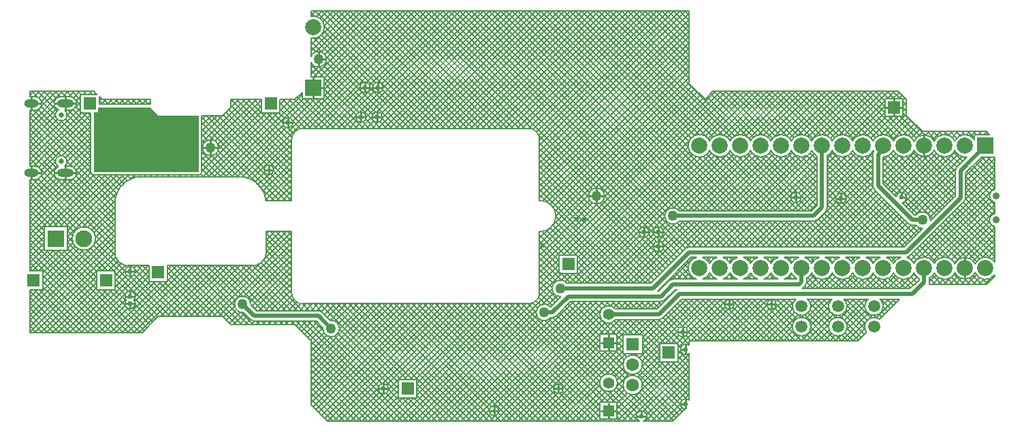
<source format=gbl>
G04*
G04 #@! TF.GenerationSoftware,Altium Limited,Altium Designer,21.0.9 (235)*
G04*
G04 Layer_Physical_Order=2*
G04 Layer_Color=16711680*
%FSLAX44Y44*%
%MOMM*%
G71*
G04*
G04 #@! TF.SameCoordinates,622A8C60-2CE5-4817-AE20-E8449A78C867*
G04*
G04*
G04 #@! TF.FilePolarity,Positive*
G04*
G01*
G75*
%ADD10C,0.2540*%
%ADD69C,0.2032*%
%ADD70C,0.5000*%
%ADD72C,2.0000*%
%ADD73R,2.0000X2.0000*%
%ADD74C,0.9000*%
%ADD75C,1.5000*%
%ADD76R,1.5000X1.5000*%
%ADD77R,1.5000X1.5000*%
%ADD78C,2.1000*%
%ADD79R,2.1000X2.1000*%
%ADD80R,1.6000X1.6000*%
%ADD81C,1.6000*%
%ADD82C,0.6500*%
%ADD83O,2.1000X1.0000*%
%ADD84O,1.8000X1.0000*%
%ADD85R,1.4000X1.4000*%
%ADD86C,1.4000*%
%ADD87C,0.5000*%
%ADD88C,1.2700*%
%ADD89C,0.6000*%
G36*
X580000Y790000D02*
X630000D01*
Y720000D01*
X500000D01*
Y794500D01*
X505500D01*
Y800000D01*
X570000D01*
X580000Y790000D01*
D02*
G37*
D10*
X1495000Y800000D02*
X1505040D01*
X1495000D02*
Y810040D01*
X1532400Y739860D02*
Y752400D01*
Y764940D01*
X1495000Y789960D02*
Y800000D01*
X1484960D02*
X1495000D01*
X1504000Y688000D02*
X1509540D01*
X1504000D02*
Y693540D01*
X1429000Y687000D02*
Y692540D01*
Y687000D02*
X1434540D01*
X1423460D02*
X1429000D01*
Y681460D02*
Y687000D01*
X1373000Y682460D02*
Y688000D01*
X1378540D01*
X1373000D02*
Y693540D01*
X1367460Y688000D02*
X1373000D01*
X1202000Y645000D02*
X1207540D01*
X1202000Y627000D02*
X1207540D01*
X1184000Y645000D02*
Y650540D01*
X1125000Y690000D02*
X1133890D01*
X1202000Y645000D02*
Y650540D01*
X1125000Y690000D02*
Y698890D01*
X1116110Y690000D02*
X1125000D01*
Y681110D02*
Y690000D01*
X1196460Y645000D02*
X1202000D01*
Y639460D02*
Y645000D01*
Y627000D02*
Y632540D01*
X1196460Y627000D02*
X1202000D01*
X1184000Y645000D02*
X1189540D01*
X1178460D02*
X1184000D01*
Y639460D02*
Y645000D01*
X1202000Y621460D02*
Y627000D01*
X1583200Y587460D02*
Y600000D01*
Y612540D01*
X1342500Y555000D02*
Y560040D01*
Y555000D02*
X1347540D01*
X1337460D02*
X1342500D01*
Y549960D02*
Y555000D01*
X1290000D02*
X1295040D01*
X1284960D02*
X1290000D01*
Y549960D02*
Y555000D01*
Y560040D01*
X1232000Y521000D02*
X1237540D01*
X1232000Y515460D02*
Y521000D01*
Y526540D01*
X1236000Y499000D02*
Y504540D01*
Y493460D02*
Y499000D01*
X1230460D02*
X1236000D01*
X1226460Y521000D02*
X1232000D01*
X1236000Y431000D02*
Y436540D01*
X1230460Y431000D02*
X1236000D01*
Y425460D02*
Y431000D01*
X1181000Y416000D02*
Y421540D01*
X1175460Y416000D02*
X1181000D01*
X1186540D01*
X1140000Y507500D02*
Y517040D01*
Y507500D02*
X1149540D01*
X1140000Y497960D02*
Y507500D01*
X1130460D02*
X1140000D01*
X1130460Y422500D02*
X1140000D01*
Y432040D01*
Y422500D02*
X1149540D01*
X1140000Y412960D02*
Y422500D01*
X779150Y860000D02*
X788040D01*
X779150D02*
Y868890D01*
Y851110D02*
Y860000D01*
X853000Y825000D02*
Y830540D01*
Y825000D02*
X858540D01*
X847460D02*
X853000D01*
Y819460D02*
Y825000D01*
X852000Y788000D02*
Y793540D01*
Y788000D02*
X857540D01*
X846460D02*
X852000D01*
Y782460D02*
Y788000D01*
X837000Y825000D02*
Y830540D01*
Y825000D02*
X842540D01*
X831460D02*
X837000D01*
Y819460D02*
Y825000D01*
X832000Y782460D02*
Y788000D01*
X837540D01*
X832000D02*
Y793540D01*
X826460Y788000D02*
X832000D01*
X772500Y825000D02*
X785040D01*
X772500Y812460D02*
Y825000D01*
Y837540D01*
X741000Y781000D02*
X746540D01*
X741000D02*
Y786540D01*
X735460Y781000D02*
X741000D01*
Y775460D02*
Y781000D01*
X464300Y805000D02*
X477340D01*
X464300Y797460D02*
Y805000D01*
X451260D02*
X464300D01*
Y812540D01*
X422500Y805000D02*
X434040D01*
X422500Y797460D02*
Y805000D01*
Y812540D01*
X645000Y741110D02*
Y750000D01*
X653890D01*
X645000D02*
Y758890D01*
X636110Y750000D02*
X645000D01*
X717500Y722500D02*
Y727540D01*
Y722500D02*
X722540D01*
X712460D02*
X717500D01*
Y717460D02*
Y722500D01*
X464300Y718600D02*
X477340D01*
X451260D02*
X464300D01*
Y726140D01*
X422500Y718600D02*
X434040D01*
X422500D02*
Y726140D01*
X464300Y711060D02*
Y718600D01*
X422500Y711060D02*
Y718600D01*
X1077500Y450000D02*
X1082540D01*
X1077500D02*
Y455040D01*
Y444960D02*
Y450000D01*
X1072460D02*
X1077500D01*
X997500Y422500D02*
X1002540D01*
X997500Y417460D02*
Y422500D01*
X992460D02*
X997500D01*
Y427540D01*
X860000Y450000D02*
Y455540D01*
X854460Y450000D02*
X860000D01*
X865540D01*
X860000Y444460D02*
Y450000D01*
X545000Y590460D02*
Y596000D01*
X550540D01*
X545000D02*
Y601540D01*
X539460Y596000D02*
X545000D01*
Y565000D02*
X550540D01*
X545000Y556000D02*
X550540D01*
X545000Y565000D02*
Y570540D01*
Y550460D02*
Y556000D01*
X539460Y565000D02*
X545000D01*
X539460Y556000D02*
X545000D01*
D69*
X1594584Y760576D02*
G03*
X1570500Y758329I-11384J-8176D01*
G01*
Y746471D02*
G03*
X1585571Y738586I12700J5929D01*
G01*
X1570500Y758329D02*
G03*
X1544850Y757762I-12700J-5929D01*
G01*
D02*
G03*
X1519950Y757762I-12450J-5362D01*
G01*
X1544850Y747038D02*
G03*
X1570500Y746471I12950J5362D01*
G01*
X1519950Y747038D02*
G03*
X1544850Y747038I12450J5362D01*
G01*
X1519950Y757762D02*
G03*
X1494300Y758329I-12950J-5362D01*
G01*
Y746471D02*
G03*
X1519950Y747038I12700J5929D01*
G01*
X1494300Y758329D02*
G03*
X1468900Y758329I-12700J-5929D01*
G01*
X1481516Y738384D02*
G03*
X1494300Y746471I84J14016D01*
G01*
X1468900D02*
G03*
X1469458Y745398I12700J5929D01*
G01*
Y745398D02*
G03*
X1468484Y741971I5542J-3427D01*
G01*
X1469458Y745398D02*
G03*
X1468484Y741971I5542J-3427D01*
G01*
X1443500Y746471D02*
G03*
X1468900Y746471I12700J5929D01*
G01*
Y758329D02*
G03*
X1443500Y758329I-12700J-5929D01*
G01*
X1620000Y698278D02*
G03*
X1620000Y681722I2000J-8278D01*
G01*
Y698278D02*
G03*
X1620000Y681722I2000J-8278D01*
G01*
X1572892Y725908D02*
G03*
X1570984Y721300I4608J-4608D01*
G01*
X1572892Y725908D02*
G03*
X1570984Y721300I4608J-4608D01*
G01*
X1582108Y682893D02*
G03*
X1584016Y687500I-4608J4608D01*
G01*
X1582108Y682893D02*
G03*
X1584016Y687500I-4608J4608D01*
G01*
X1540366Y660000D02*
G03*
X1521938Y666516I-10366J0D01*
G01*
X1620000Y668278D02*
G03*
X1620000Y651722I2000J-8278D01*
G01*
Y668278D02*
G03*
X1620000Y651722I2000J-8278D01*
G01*
X1521938Y653484D02*
G03*
X1530428Y649643I8062J6516D01*
G01*
X1510556Y688000D02*
G03*
X1497549Y689166I-6556J0D01*
G01*
X1512892Y655393D02*
G03*
X1517500Y653484I4608J4608D01*
G01*
X1512892Y655393D02*
G03*
X1517500Y653484I4608J4608D01*
G01*
X1505166Y681549D02*
G03*
X1510556Y688000I-1166J6451D01*
G01*
X1468484Y702500D02*
G03*
X1470392Y697893I6516J0D01*
G01*
X1468484Y702500D02*
G03*
X1470392Y697893I6516J0D01*
G01*
X1510692Y613521D02*
G03*
X1514608Y615392I-692J6479D01*
G01*
X1510692Y613521D02*
G03*
X1514608Y615392I-692J6479D01*
G01*
X1443500Y758329D02*
G03*
X1418100Y758329I-12700J-5929D01*
G01*
D02*
G03*
X1392700Y758329I-12700J-5929D01*
G01*
X1411916Y739991D02*
G03*
X1418100Y746471I-6516J12409D01*
G01*
X1392700D02*
G03*
X1398884Y739991I12700J5929D01*
G01*
X1392700Y758329D02*
G03*
X1367300Y758329I-12700J-5929D01*
G01*
D02*
G03*
X1341900Y758329I-12700J-5929D01*
G01*
Y746471D02*
G03*
X1367300Y746471I12700J5929D01*
G01*
X1341900Y758329D02*
G03*
X1316500Y758329I-12700J-5929D01*
G01*
X1418100Y746471D02*
G03*
X1443500Y746471I12700J5929D01*
G01*
X1367300D02*
G03*
X1392700Y746471I12700J5929D01*
G01*
X1316500D02*
G03*
X1341900Y746471I12700J5929D01*
G01*
X1291100D02*
G03*
X1316500Y746471I12700J5929D01*
G01*
Y758329D02*
G03*
X1291100Y758329I-12700J-5929D01*
G01*
D02*
G03*
X1265700Y758329I-12700J-5929D01*
G01*
D02*
G03*
X1265700Y746471I-12700J-5929D01*
G01*
D02*
G03*
X1291100Y746471I12700J5929D01*
G01*
X1435556Y687000D02*
G03*
X1435556Y687000I-6556J0D01*
G01*
X1410007Y670792D02*
G03*
X1411916Y675400I-4608J4608D01*
G01*
X1410007Y670792D02*
G03*
X1411916Y675400I-4608J4608D01*
G01*
X1395000Y658484D02*
G03*
X1399608Y660393I0J6516D01*
G01*
X1395000Y658484D02*
G03*
X1399608Y660393I0J6516D01*
G01*
X1379556Y688000D02*
G03*
X1379556Y688000I-6556J0D01*
G01*
X1228062Y671516D02*
G03*
X1228062Y658484I-8062J-6516D01*
G01*
X1208556Y645000D02*
G03*
X1208556Y645000I-6556J0D01*
G01*
X1190556D02*
G03*
X1190556Y645000I-6556J0D01*
G01*
X1134906Y690000D02*
G03*
X1134906Y690000I-9906J0D01*
G01*
X1240000Y626516D02*
G03*
X1235393Y624608I0J-6516D01*
G01*
X1208556Y627000D02*
G03*
X1208556Y627000I-6556J0D01*
G01*
X1240000Y626516D02*
G03*
X1235393Y624608I0J-6516D01*
G01*
X1620000Y608154D02*
G03*
X1595650Y605362I-11400J-8154D01*
G01*
D02*
G03*
X1570750Y605362I-12450J-5362D01*
G01*
X1545100Y605929D02*
G03*
X1519700Y605929I-12700J-5929D01*
G01*
X1570750Y605362D02*
G03*
X1545100Y605929I-12950J-5362D01*
G01*
X1595650Y594638D02*
G03*
X1620000Y591846I12950J5362D01*
G01*
X1570750Y594638D02*
G03*
X1595650Y594638I12450J5362D01*
G01*
X1545100Y594071D02*
G03*
X1570750Y594638I12700J5929D01*
G01*
X1503175Y613484D02*
G03*
X1494300Y605929I3825J-13484D01*
G01*
D02*
G03*
X1485425Y613484I-12700J-5929D01*
G01*
X1519700Y605929D02*
G03*
X1510692Y613521I-12700J-5929D01*
G01*
X1468900Y594071D02*
G03*
X1494300Y594071I12700J5929D01*
G01*
X1477775Y613484D02*
G03*
X1468900Y605929I3825J-13484D01*
G01*
D02*
G03*
X1460025Y613484I-12700J-5929D01*
G01*
X1538916Y587591D02*
G03*
X1545100Y594071I-6516J12409D01*
G01*
X1519700D02*
G03*
X1525884Y587591I12700J5929D01*
G01*
X1494300Y594071D02*
G03*
X1519700Y594071I12700J5929D01*
G01*
X1401575Y613484D02*
G03*
X1392700Y605929I3825J-13484D01*
G01*
D02*
G03*
X1383825Y613484I-12700J-5929D01*
G01*
X1426975D02*
G03*
X1418100Y605929I3825J-13484D01*
G01*
D02*
G03*
X1409225Y613484I-12700J-5929D01*
G01*
X1350775D02*
G03*
X1341900Y605929I3825J-13484D01*
G01*
X1376175Y613484D02*
G03*
X1367300Y605929I3825J-13484D01*
G01*
D02*
G03*
X1358425Y613484I-12700J-5929D01*
G01*
X1443500Y605929D02*
G03*
X1434625Y613484I-12700J-5929D01*
G01*
X1452375D02*
G03*
X1443500Y605929I3825J-13484D01*
G01*
X1386516Y587591D02*
G03*
X1392700Y594071I-6516J12409D01*
G01*
X1367300D02*
G03*
X1373484Y587591I12700J5929D01*
G01*
X1358425Y586516D02*
G03*
X1367300Y594071I-3825J13484D01*
G01*
X1325375Y613484D02*
G03*
X1316500Y605929I3825J-13484D01*
G01*
X1341900D02*
G03*
X1333025Y613484I-12700J-5929D01*
G01*
X1316500Y594071D02*
G03*
X1325375Y586516I12700J5929D01*
G01*
X1291100Y605929D02*
G03*
X1282225Y613484I-12700J-5929D01*
G01*
X1316500Y605929D02*
G03*
X1307625Y613484I-12700J-5929D01*
G01*
X1299975D02*
G03*
X1291100Y605929I3825J-13484D01*
G01*
X1341900Y594071D02*
G03*
X1350775Y586516I12700J5929D01*
G01*
X1333025D02*
G03*
X1341900Y594071I-3825J13484D01*
G01*
X1443500D02*
G03*
X1468900Y594071I12700J5929D01*
G01*
X1418100D02*
G03*
X1443500Y594071I12700J5929D01*
G01*
X1392700D02*
G03*
X1418100Y594071I12700J5929D01*
G01*
X1307625Y586516D02*
G03*
X1316500Y594071I-3825J13484D01*
G01*
X1282225Y586516D02*
G03*
X1291100Y594071I-3825J13484D01*
G01*
D02*
G03*
X1299975Y586516I12700J5929D01*
G01*
X1538458Y580000D02*
G03*
X1538916Y582400I-6058J2400D01*
G01*
X1538458Y580000D02*
G03*
X1538916Y582400I-6058J2400D01*
G01*
X1462553Y561484D02*
G03*
X1481516Y552700I7447J-8784D01*
G01*
D02*
G03*
X1477447Y561484I-11516J0D01*
G01*
X1417553D02*
G03*
X1436516Y552700I7447J-8784D01*
G01*
X1391516D02*
G03*
X1387447Y561484I-11516J0D01*
G01*
X1436516Y552700D02*
G03*
X1432447Y561484I-11516J0D01*
G01*
X1476680Y536680D02*
G03*
X1460620Y520620I-6680J-9380D01*
G01*
X1436516Y527300D02*
G03*
X1436516Y527300I-11516J0D01*
G01*
X1384608Y578321D02*
G03*
X1386516Y582929I-4608J4608D01*
G01*
X1384608Y578321D02*
G03*
X1386516Y582929I-4608J4608D01*
G01*
X1380590Y574516D02*
G03*
X1381678Y575392I-3519J5484D01*
G01*
X1380590Y574516D02*
G03*
X1381678Y575392I-3519J5484D01*
G01*
X1391516Y527300D02*
G03*
X1391516Y527300I-11516J0D01*
G01*
X1372553Y561484D02*
G03*
X1391516Y552700I7447J-8784D01*
G01*
X1296056Y555000D02*
G03*
X1296056Y555000I-6056J0D01*
G01*
X1348556D02*
G03*
X1348556Y555000I-6056J0D01*
G01*
X1274575Y613484D02*
G03*
X1265700Y605929I3825J-13484D01*
G01*
D02*
G03*
X1256825Y613484I-12700J-5929D01*
G01*
X1265700Y594071D02*
G03*
X1274575Y586516I12700J5929D01*
G01*
X1256825D02*
G03*
X1265700Y594071I-3825J13484D01*
G01*
X1249175Y613484D02*
G03*
X1249175Y586516I3825J-13484D01*
G01*
X1220000D02*
G03*
X1215393Y584608I0J-6516D01*
G01*
X1220000Y586516D02*
G03*
X1215393Y584608I0J-6516D01*
G01*
X1224481Y573484D02*
G03*
X1223392Y572607I3519J-5484D01*
G01*
X1224481Y573484D02*
G03*
X1223392Y572607I3519J-5484D01*
G01*
X1205000Y558484D02*
G03*
X1209607Y560392I0J6516D01*
G01*
X1205000Y558484D02*
G03*
X1209607Y560392I0J6516D01*
G01*
X1202500Y535984D02*
G03*
X1207107Y537892I0J6516D01*
G01*
X1202500Y535984D02*
G03*
X1207107Y537892I0J6516D01*
G01*
X1148882Y549016D02*
G03*
X1148882Y535984I-8882J-6516D01*
G01*
X1238556Y521000D02*
G03*
X1238556Y521000I-6556J0D01*
G01*
X1240000Y504194D02*
G03*
X1240000Y493806I-4000J-5194D01*
G01*
Y436194D02*
G03*
X1234596Y424596I-4000J-5194D01*
G01*
X1183642Y410000D02*
G03*
X1187556Y416000I-2642J6000D01*
G01*
D02*
G03*
X1178358Y410000I-6556J0D01*
G01*
X1182016Y480000D02*
G03*
X1182016Y480000I-12016J0D01*
G01*
Y454600D02*
G03*
X1182016Y454600I-12016J0D01*
G01*
X1151016Y457500D02*
G03*
X1151016Y457500I-11016J0D01*
G01*
X786516Y900000D02*
G03*
X770000Y913791I-14016J0D01*
G01*
Y856204D02*
G03*
X789056Y860000I9150J3796D01*
G01*
D02*
G03*
X770000Y863796I-9906J0D01*
G01*
Y886209D02*
G03*
X786516Y900000I2500J13791D01*
G01*
X859556Y825000D02*
G03*
X859556Y825000I-6556J0D01*
G01*
X858556Y788000D02*
G03*
X858556Y788000I-6556J0D01*
G01*
X843556Y825000D02*
G03*
X843556Y825000I-6556J0D01*
G01*
X838556Y788000D02*
G03*
X838556Y788000I-6556J0D01*
G01*
X747556Y781000D02*
G03*
X747556Y781000I-6556J0D01*
G01*
X478356Y805000D02*
G03*
X469800Y813556I-8556J0D01*
G01*
X435056Y805000D02*
G03*
X426500Y813556I-8556J0D01*
G01*
X458800D02*
G03*
X455714Y797020I0J-8556D01*
G01*
X426500Y796444D02*
G03*
X435056Y805000I0J8556D01*
G01*
X469800Y796444D02*
G03*
X478356Y805000I0J8556D01*
G01*
X455714Y797020D02*
G03*
X466566Y790700I3586J-6320D01*
G01*
X455714Y797020D02*
G03*
X466566Y790700I3586J-6320D01*
G01*
D02*
G03*
X463750Y796444I-7266J0D01*
G01*
X466566Y790700D02*
G03*
X463750Y796444I-7266J0D01*
G01*
X654906Y750000D02*
G03*
X654906Y750000I-9906J0D01*
G01*
X723556Y722500D02*
G03*
X723556Y722500I-6056J0D01*
G01*
X478356Y718600D02*
G03*
X469800Y727156I-8556J0D01*
G01*
X466566Y732900D02*
G03*
X455714Y726580I-7266J0D01*
G01*
X463750Y727156D02*
G03*
X466566Y732900I-4450J5744D01*
G01*
X463750Y727156D02*
G03*
X466566Y732900I-4450J5744D01*
G01*
D02*
G03*
X455714Y726580I-7266J0D01*
G01*
X435056Y718600D02*
G03*
X426500Y727156I-8556J0D01*
G01*
X455714Y726580D02*
G03*
X458800Y710044I3086J-7980D01*
G01*
X426500D02*
G03*
X435056Y718600I0J8556D01*
G01*
X469800Y710044D02*
G03*
X478356Y718600I0J8556D01*
G01*
X1088062Y581516D02*
G03*
X1080428Y564643I-8062J-6516D01*
G01*
X1083556Y450000D02*
G03*
X1083556Y450000I-6056J0D01*
G01*
X1070000Y538484D02*
G03*
X1074607Y540392I0J6516D01*
G01*
X1070000Y538484D02*
G03*
X1074607Y540392I0J6516D01*
G01*
X1067712Y551927D02*
G03*
X1068062Y538484I-7712J-6927D01*
G01*
X1003556Y422500D02*
G03*
X1003556Y422500I-6056J0D01*
G01*
X805366Y525000D02*
G03*
X793907Y535308I-10366J0D01*
G01*
X784692Y526093D02*
G03*
X805366Y525000I10308J-1093D01*
G01*
X783871Y545344D02*
G03*
X779263Y547253I-4608J-4608D01*
G01*
X783871Y545344D02*
G03*
X779263Y547253I-4608J-4608D01*
G01*
X866556Y450000D02*
G03*
X866556Y450000I-6556J0D01*
G01*
X502016Y637000D02*
G03*
X502016Y637000I-14516J0D01*
G01*
X695308Y553907D02*
G03*
X695366Y555000I-10308J1093D01*
G01*
D02*
G03*
X686093Y544692I-10366J0D01*
G01*
X549768Y560500D02*
G03*
X551556Y565000I-4768J4500D01*
G01*
Y556000D02*
G03*
X549768Y560500I-6556J0D01*
G01*
X694656Y536129D02*
G03*
X699263Y534221I4608J4608D01*
G01*
X694656Y536129D02*
G03*
X699263Y534221I4608J4608D01*
G01*
X551556Y596000D02*
G03*
X551556Y596000I-6556J0D01*
G01*
Y565000D02*
G03*
X540232Y560500I-6556J0D01*
G01*
D02*
G03*
X551556Y556000I4768J-4500D01*
G01*
X1599785Y766416D02*
X1603369Y770000D01*
X1600788D02*
X1604372Y766416D01*
X1593604Y770000D02*
X1597188Y766416D01*
X1607972Y770000D02*
X1611556Y766416D01*
X1590531Y764346D02*
X1596184Y770000D01*
X1585263Y766263D02*
X1589000Y770000D01*
X1530000Y770000D02*
X1610000Y770000D01*
X1579235D02*
X1582824Y766411D01*
X1576559Y764743D02*
X1581816Y770000D01*
X1572051D02*
X1577054Y764997D01*
X1610000Y770000D02*
X1613584Y766416D01*
X1594584D02*
X1613584D01*
X1606969D02*
X1610276Y769724D01*
X1562902Y765454D02*
X1567448Y770000D01*
X1557683D02*
X1561871Y765812D01*
X1556630Y766367D02*
X1560263Y770000D01*
X1550499D02*
X1554481Y766017D01*
X1543314Y770000D02*
X1549569Y763745D01*
X1539711Y763816D02*
X1545895Y770000D01*
X1506056Y807258D02*
X1510000Y803314D01*
X1506056Y802003D02*
X1510000Y805947D01*
X1506056Y809187D02*
X1508434Y811566D01*
X1510000Y790000D02*
Y810000D01*
X1506056Y788944D02*
Y811056D01*
X1500000Y820000D02*
X1510000Y810000D01*
X1500740Y811056D02*
X1504842Y815158D01*
X1510000Y790000D02*
X1530000Y770000D01*
X1534503Y765792D02*
X1538711Y770000D01*
X1506376Y766402D02*
X1519987Y780013D01*
X1525725Y764199D02*
X1531526Y770000D01*
X1512465Y765307D02*
X1523579Y776421D01*
X1506056Y794819D02*
X1510000Y798763D01*
X1506056Y800074D02*
X1510000Y796130D01*
X1506056Y792890D02*
X1533003Y765943D01*
X1502818Y788944D02*
X1526950Y764812D01*
X1594584Y760576D02*
Y766416D01*
X1586420Y770000D02*
X1594584Y761835D01*
X1569145Y744169D02*
X1580150Y733165D01*
X1567319Y762688D02*
X1574632Y770000D01*
X1564867Y770000D02*
X1572929Y761937D01*
X1506450Y680265D02*
X1571254Y745070D01*
X1518556Y744469D02*
X1570984Y692041D01*
X1565465Y740665D02*
X1576557Y729573D01*
X1582069Y738430D02*
X1583742Y736757D01*
X1560331Y738615D02*
X1572965Y725980D01*
X1572892Y725908D02*
X1585571Y738586D01*
X1552218Y739543D02*
X1570984Y720778D01*
X1531322Y738887D02*
X1570984Y699225D01*
X1541874Y742704D02*
X1570984Y713593D01*
X1513634Y673081D02*
X1579448Y738895D01*
X1510042Y676673D02*
X1574657Y741289D01*
X1543401Y760322D02*
X1553079Y770000D01*
X1536130D02*
X1546065Y760065D01*
X1516781Y762439D02*
X1527171Y772829D01*
X1495633Y788944D02*
X1522704Y761874D01*
X1519749Y758223D02*
X1520601Y759075D01*
X1537538Y739855D02*
X1570984Y706409D01*
X1514970Y740871D02*
X1568313Y687528D01*
X1509957Y738699D02*
X1564721Y683936D01*
X1506045Y694229D02*
X1551631Y739815D01*
X1495673Y691042D02*
X1547513Y742881D01*
X1502264Y739209D02*
X1561129Y680344D01*
X1509886Y690886D02*
X1557390Y738390D01*
X1486372Y811056D02*
X1495316Y820000D01*
X1483944Y811056D02*
X1506056D01*
X1486130Y820000D02*
X1495074Y811056D01*
X1493314Y820000D02*
X1502258Y811056D01*
X1493556D02*
X1501250Y818750D01*
X1270000Y820000D02*
X1500000D01*
X1450209D02*
X1504097Y766112D01*
X1434143Y766011D02*
X1488132Y820000D01*
X1443025D02*
X1499069Y763956D01*
X1435841Y820000D02*
X1495471Y760370D01*
X1488449Y788944D02*
X1511839Y765554D01*
X1493142Y760352D02*
X1516395Y783605D01*
X1489549Y763944D02*
X1512803Y787197D01*
X1484528Y766107D02*
X1510000Y791579D01*
X1483944Y788944D02*
X1506056D01*
X1476808Y765572D02*
X1500181Y788944D01*
X1466236Y762184D02*
X1492997Y788944D01*
X1421472Y820000D02*
X1476156Y765316D01*
X1426772Y765825D02*
X1480948Y820000D01*
X1411566Y764987D02*
X1466579Y820000D01*
X1415685Y761922D02*
X1473763Y820000D01*
X1414288D02*
X1471834Y762454D01*
X1405805Y766410D02*
X1459395Y820000D01*
X1399919D02*
X1453724Y766196D01*
X1407104Y820000D02*
X1461898Y765205D01*
X1392735Y820000D02*
X1448575Y764160D01*
X1464577Y820000D02*
X1483944Y800633D01*
X1478946Y820000D02*
X1487890Y811056D01*
X1471762Y820000D02*
X1483944Y807818D01*
X1462019Y765151D02*
X1485813Y788944D01*
X1483944D02*
Y811056D01*
X1456100Y766416D02*
X1483944Y794260D01*
X1457393Y820000D02*
X1483944Y793449D01*
X1439048Y763732D02*
X1483944Y808628D01*
X1428656Y820000D02*
X1482256Y766401D01*
X1481516Y727174D02*
X1496961Y742619D01*
X1491654Y742634D02*
X1557536Y676751D01*
X1481516Y705621D02*
X1520984Y745089D01*
X1442547Y760046D02*
X1483944Y801444D01*
X1417358Y745088D02*
X1521615Y640830D01*
X1484897Y701818D02*
X1524478Y741399D01*
X1488489Y698226D02*
X1529435Y739172D01*
X1481516Y705199D02*
Y738384D01*
X1487444Y739660D02*
X1553944Y673159D01*
X1492081Y694634D02*
X1537151Y739704D01*
X1481516Y719989D02*
X1501177Y739651D01*
X1481516Y734358D02*
X1486384Y739226D01*
X1413960Y741302D02*
X1518023Y637238D01*
X1481516Y712805D02*
X1507095Y738384D01*
X1467960Y744775D02*
X1468790Y743945D01*
X1391944Y759734D02*
X1452211Y820000D01*
X1411916Y686311D02*
X1468558Y742953D01*
X1441102Y742896D02*
X1468484Y715514D01*
X1452222Y738960D02*
X1468484Y722699D01*
X1459571Y738795D02*
X1468484Y729883D01*
X1464468Y741083D02*
X1468484Y737067D01*
Y702500D02*
Y741971D01*
X1436989Y739825D02*
X1468484Y708330D01*
X1431239Y738391D02*
X1468668Y700962D01*
X1411916Y707863D02*
X1446416Y742364D01*
X1411916Y693495D02*
X1456819Y738398D01*
X1411916Y700679D02*
X1450732Y739495D01*
X1618035Y738384D02*
X1620000Y736420D01*
X1610851Y738384D02*
X1620000Y729235D01*
X1603799Y738384D02*
X1620000D01*
X1620000Y698278D02*
X1620000Y738384D01*
X1603733Y738318D02*
X1620000Y722051D01*
X1596549Y731134D02*
X1620000Y707683D01*
X1592957Y727542D02*
X1620000Y700499D01*
X1600141Y734726D02*
X1620000Y714867D01*
X1584016Y693174D02*
X1620000Y729158D01*
X1584016Y700358D02*
X1620000Y736342D01*
X1589365Y723950D02*
X1616671Y696643D01*
X1620000Y668278D02*
X1620000Y681722D01*
X1584016Y700561D02*
X1617406Y667171D01*
X1583777Y685750D02*
X1620000Y721973D01*
X1584016Y714930D02*
X1620000Y678946D01*
X1584016Y707746D02*
X1620000Y671762D01*
X1583905Y686304D02*
X1614878Y655331D01*
X1584016Y714726D02*
X1607674Y738384D01*
X1584016Y707542D02*
X1614858Y738384D01*
X1584016Y718601D02*
X1603799Y738384D01*
X1585773Y720358D02*
X1613807Y692323D01*
X1584016Y687500D02*
Y718601D01*
X1521437Y666516D02*
X1570984Y716063D01*
Y690199D02*
Y721300D01*
X1539813Y663339D02*
X1570984Y694510D01*
X1584016Y693377D02*
X1614133Y663260D01*
X1540357Y659572D02*
X1570984Y690199D01*
X1536966Y667676D02*
X1570984Y701694D01*
X1532229Y670124D02*
X1570984Y708879D01*
X1520199Y666516D02*
X1521938D01*
X1581120Y681905D02*
X1620000Y643025D01*
X1577528Y678313D02*
X1620000Y635841D01*
X1570344Y671129D02*
X1620000Y621472D01*
X1573936Y674721D02*
X1620000Y628656D01*
X1554829Y613698D02*
X1620000Y678868D01*
X1533548Y613969D02*
X1620000Y700421D01*
X1561761Y613445D02*
X1620000Y671684D01*
X1543054Y609107D02*
X1617031Y683084D01*
X1617331Y652878D02*
X1620000Y650209D01*
X1612161Y613556D02*
X1620000Y621395D01*
X1617005Y611216D02*
X1620000Y614210D01*
X1604955Y613534D02*
X1620000Y628579D01*
X1583423Y613554D02*
X1620000Y650131D01*
X1566752Y667536D02*
X1620000Y614288D01*
X1593290Y609053D02*
X1620000Y635763D01*
X1589206Y612153D02*
X1620000Y642947D01*
X1563159Y663944D02*
X1614298Y612805D01*
X1559567Y660352D02*
X1606124Y613796D01*
X1555975Y656760D02*
X1600975Y611760D01*
X1566494Y610994D02*
X1613681Y658180D01*
X1552383Y653168D02*
X1597283Y608268D01*
X1517500Y653484D02*
X1521938D01*
X1539083Y612320D02*
X1613959Y687196D01*
X1526610Y650204D02*
X1528800Y648015D01*
X1548791Y649576D02*
X1584921Y613446D01*
X1545199Y645984D02*
X1578476Y612706D01*
X1534422Y635207D02*
X1555763Y613867D01*
X1541607Y642392D02*
X1574022Y609977D01*
X1538015Y638800D02*
X1564507Y612307D01*
X1523646Y624431D02*
X1534174Y613903D01*
X1520054Y620839D02*
X1527692Y613201D01*
X1530830Y631615D02*
X1550488Y611958D01*
X1527238Y628023D02*
X1546702Y608560D01*
X1481535Y738384D02*
X1550352Y669567D01*
X1517226Y669489D02*
X1571445Y723708D01*
X1481516Y731219D02*
X1546760Y665975D01*
X1481516Y724035D02*
X1543168Y662383D01*
X1411916Y736161D02*
X1514431Y633646D01*
X1470392Y697893D02*
X1512892Y655393D01*
X1411916Y728977D02*
X1510839Y630054D01*
X1411916Y721793D02*
X1507193Y626516D01*
X1510553Y687813D02*
X1528165Y670202D01*
X1508209Y682974D02*
X1523285Y667897D01*
X1515962Y653668D02*
X1525208Y644423D01*
X1505166Y681549D02*
X1520199Y666516D01*
X1467069Y626516D02*
X1504419Y663866D01*
X1481516Y716851D02*
X1503813Y694553D01*
X1481516Y709667D02*
X1498974Y692209D01*
X1481516Y705199D02*
X1497549Y689166D01*
X1432511Y692537D02*
X1468484Y728510D01*
X1435431Y688273D02*
X1468484Y721326D01*
X1424926Y692137D02*
X1468484Y735694D01*
X1434995Y684346D02*
X1492825Y626516D01*
X1445516D02*
X1493643Y674642D01*
X1438332Y626516D02*
X1490051Y678234D01*
X1459885Y626516D02*
X1500827Y667458D01*
X1452700Y626516D02*
X1497235Y671050D01*
X1423963Y626516D02*
X1482866Y685419D01*
X1416779Y626516D02*
X1479274Y689011D01*
X1431148Y626516D02*
X1486458Y681827D01*
X1431297Y680860D02*
X1485640Y626516D01*
X1502990D02*
X1526660Y650187D01*
X1507301Y626516D02*
X1530428Y649643D01*
X1495806Y626516D02*
X1522324Y653034D01*
X1515976Y610765D02*
X1620000Y714789D01*
X1514608Y615392D02*
X1582108Y682893D01*
X1474253Y626516D02*
X1508011Y660274D01*
X1411916Y714609D02*
X1500009Y626516D01*
X1488621D02*
X1515812Y653707D01*
X1481437Y626516D02*
X1511603Y656682D01*
X1498672Y613484D02*
X1500009Y612148D01*
X1516462Y617247D02*
X1523165Y610544D01*
X1512530Y613995D02*
X1515054Y611471D01*
X1240000Y626516D02*
X1507301D01*
X1485425Y613484D02*
X1503175D01*
X1492486Y608828D02*
X1497142Y613484D01*
X1491488D02*
X1496127Y608845D01*
X1411916Y693056D02*
X1478456Y626516D01*
X1409595D02*
X1475682Y692603D01*
X1411127Y672292D02*
X1456904Y626516D01*
X1411916Y685872D02*
X1471272Y626516D01*
X1411916Y678688D02*
X1464088Y626516D01*
X1388042D02*
X1468484Y706957D01*
X1380858Y626516D02*
X1468484Y714142D01*
X1402411Y626516D02*
X1472090Y696195D01*
X1395227Y626516D02*
X1468905Y700195D01*
X1460025Y613484D02*
X1477775D01*
X1488611Y612137D02*
X1489958Y613484D01*
X1473646Y611540D02*
X1475589Y613484D01*
X1469935D02*
X1472641Y610779D01*
X1465451Y610530D02*
X1468405Y613484D01*
X1434625D02*
X1452375D01*
X1407725Y668510D02*
X1449719Y626516D01*
X1448383Y613484D02*
X1449536Y612331D01*
X1441911Y608543D02*
X1446853Y613484D01*
X1361105Y764815D02*
X1416290Y820000D01*
X1371183D02*
X1425720Y765463D01*
X1356814Y820000D02*
X1412107Y764707D01*
X1365127Y761653D02*
X1423474Y820000D01*
X1363998D02*
X1421297Y762702D01*
X1349630Y820000D02*
X1403363Y766267D01*
X1355493Y766387D02*
X1409105Y820000D01*
X1342446D02*
X1398088Y764358D01*
X1341335Y759414D02*
X1401921Y820000D01*
X1338026Y763288D02*
X1394737Y820000D01*
X1388540Y763514D02*
X1445026Y820000D01*
X1378367D02*
X1432003Y766364D01*
X1376673Y766015D02*
X1430658Y820000D01*
X1385551D02*
X1444883Y760668D01*
X1383748Y765906D02*
X1437842Y820000D01*
X1326527Y766159D02*
X1380368Y820000D01*
X1328077D02*
X1381774Y766303D01*
X1320893Y820000D02*
X1375292Y765602D01*
X1314563Y761378D02*
X1373184Y820000D01*
X1313709D02*
X1370765Y762944D01*
X1305165Y766349D02*
X1358816Y820000D01*
X1299341D02*
X1353015Y766326D01*
X1310636Y764636D02*
X1366000Y820000D01*
X1306525D02*
X1362654Y763871D01*
X1366071Y760453D02*
X1367597Y758928D01*
X1340751Y744462D02*
X1342185Y745895D01*
X1335262Y820000D02*
X1394302Y760960D01*
X1333343Y765790D02*
X1387553Y820000D01*
X1316131Y745736D02*
X1318398Y743469D01*
X1411916Y729416D02*
X1423154Y740654D01*
X1411916Y736600D02*
X1419468Y744152D01*
X1411916Y715047D02*
X1436435Y739567D01*
X1411916Y675400D02*
Y739991D01*
X1386528Y739997D02*
X1398884Y727641D01*
X1390544Y743165D02*
X1398884Y734825D01*
Y678099D02*
Y739991D01*
X1339979Y743441D02*
X1398884Y684536D01*
X1411916Y722232D02*
X1428294Y738610D01*
X1411916Y707424D02*
X1426346Y692995D01*
X1380926Y738415D02*
X1398884Y720456D01*
X1411916Y700240D02*
X1422859Y689297D01*
X1379343Y689658D02*
X1398884Y709200D01*
X1339648Y671516D02*
X1398884Y730752D01*
X1332464Y671516D02*
X1398884Y737936D01*
X1368385Y671516D02*
X1398884Y702016D01*
X1346832Y671516D02*
X1398884Y723568D01*
X1366748Y745409D02*
X1398884Y713272D01*
X1363445Y741527D02*
X1398884Y706088D01*
X1325279Y671516D02*
X1395878Y742115D01*
X1320269Y741598D02*
X1368818Y693049D01*
X1312923Y741760D02*
X1366448Y688234D01*
X1303727Y671516D02*
X1372666Y740456D01*
X1296542Y671516D02*
X1368886Y743860D01*
X1358769Y739018D02*
X1398884Y698904D01*
X1376214Y693714D02*
X1398884Y716384D01*
X1330597Y738454D02*
X1374727Y694325D01*
X1351971Y738633D02*
X1398884Y691720D01*
X1336059Y740177D02*
X1398510Y677725D01*
X1308354Y739144D02*
X1375982Y671516D01*
X1301785Y738530D02*
X1368798Y671516D01*
X1318095D02*
X1386631Y740052D01*
X1310911Y671516D02*
X1377932Y738537D01*
X1254823Y766297D02*
X1308526Y820000D01*
X1260160Y764449D02*
X1315711Y820000D01*
X1149051Y920000D02*
X1302680Y766371D01*
X1263992Y761097D02*
X1322895Y820000D01*
X1245718Y764376D02*
X1301342Y820000D01*
X1127498Y920000D02*
X1281409Y766089D01*
X1120314Y920000D02*
X1274463Y765852D01*
X1141867Y920000D02*
X1297136Y764731D01*
X1134683Y920000D02*
X1293160Y761523D01*
X1287504Y763057D02*
X1344447Y820000D01*
X1292156D02*
X1347609Y764548D01*
X1282928Y765665D02*
X1337263Y820000D01*
X1294642Y763010D02*
X1351632Y820000D01*
X1284972D02*
X1343727Y761245D01*
X1277788Y820000D02*
X1331575Y766213D01*
X1276343Y766264D02*
X1330079Y820000D01*
X1270604D02*
X1324872Y765731D01*
X1266710Y816710D02*
X1320241Y763179D01*
X1228077Y920000D02*
X1240000Y908077D01*
X1220893Y920000D02*
X1240000Y900893D01*
X1235262Y920000D02*
X1240000Y915262D01*
X1206525Y920000D02*
X1240000Y886525D01*
X1213709Y920000D02*
X1240000Y893709D01*
X1192156Y920000D02*
X1240000Y872156D01*
X1199341Y920000D02*
X1240000Y879341D01*
X1177788Y920000D02*
X1240000Y857788D01*
X1184972Y920000D02*
X1240000Y864972D01*
X1163419Y920000D02*
X1240000Y843419D01*
Y830000D02*
Y920000D01*
X1170604D02*
X1240000Y850604D01*
X1260000Y810000D02*
X1270000Y820000D01*
X1240000Y830000D02*
X1260000Y810000D01*
X1098763Y920000D02*
X1252361Y766401D01*
X1156235Y920000D02*
X1240000Y836235D01*
X1113130Y920000D02*
X1269723Y763407D01*
X1091579Y920000D02*
X1246672Y764906D01*
X1271210Y740369D02*
X1340063Y671516D01*
X1289407Y743723D02*
X1361614Y671516D01*
X1274990D02*
X1345347Y741873D01*
X1246253Y671516D02*
X1318311Y743575D01*
X1263118Y813118D02*
X1316977Y759259D01*
X1267806Y671516D02*
X1337138Y740849D01*
X1262395Y741999D02*
X1332878Y671516D01*
X1282174D02*
X1349866Y739208D01*
X1280255Y738507D02*
X1347247Y671516D01*
X1260621D02*
X1327583Y738478D01*
X1289358Y671516D02*
X1356334Y738492D01*
X1285583Y740364D02*
X1354431Y671516D01*
X1251569Y738457D02*
X1318510Y671516D01*
X1239069D02*
X1306132Y738579D01*
X1257930Y739280D02*
X1325694Y671516D01*
X1253437D02*
X1322186Y740265D01*
X1290718Y759087D02*
X1293190Y761558D01*
X1134892Y689471D02*
X1257711Y812289D01*
X1133434Y695197D02*
X1254118Y815882D01*
X1105947Y920000D02*
X1266364Y759583D01*
X1123687Y699819D02*
X1246934Y823066D01*
X1090674Y616516D02*
X1294158Y820000D01*
X1129747Y698694D02*
X1250526Y819474D01*
X1221286Y675286D02*
X1291564Y745564D01*
X1265506Y746072D02*
X1266369Y745210D01*
X1231885Y671516D02*
X1299446Y739077D01*
X1226366Y673181D02*
X1294822Y741637D01*
X1188543Y649727D02*
X1277247Y738431D01*
X1183130Y651498D02*
X1271713Y740082D01*
X1097858Y616516D02*
X1241024Y759682D01*
X1101516Y612990D02*
X1239103Y750577D01*
X1411916Y679126D02*
X1423863Y691074D01*
X1382753Y671516D02*
X1398884Y687647D01*
X1375569Y671516D02*
X1398884Y694831D01*
X1373674Y626516D02*
X1427727Y680569D01*
X1366490Y626516D02*
X1423463Y683489D01*
X1399608Y660393D02*
X1410007Y670792D01*
X1367463Y658484D02*
X1399431Y626516D01*
X1392301Y671516D02*
X1398884Y678099D01*
X1389014Y658484D02*
X1420982Y626516D01*
X1374646Y658484D02*
X1406614Y626516D01*
X1379325Y689726D02*
X1394918Y674133D01*
X1378049Y683818D02*
X1390351Y671516D01*
X1361200D02*
X1371342Y681657D01*
X1354016Y671516D02*
X1367286Y684786D01*
X1389937Y671516D02*
X1398884Y680463D01*
X1352121Y626516D02*
X1384089Y658484D01*
X1373234Y681448D02*
X1383167Y671516D01*
X1359306Y626516D02*
X1391274Y658484D01*
X1353095D02*
X1385063Y626516D01*
X1316200D02*
X1348168Y658484D01*
X1309989D02*
X1341957Y626516D01*
X1345910Y658484D02*
X1377878Y626516D01*
X1317173Y658484D02*
X1349142Y626516D01*
X1404133Y664918D02*
X1442535Y626516D01*
X1400541Y661326D02*
X1435351Y626516D01*
X1396104Y658578D02*
X1428167Y626516D01*
X1390910Y613484D02*
X1394999Y609395D01*
X1387643Y611749D02*
X1389379Y613484D01*
X1360279Y658484D02*
X1392247Y626516D01*
X1344937D02*
X1376905Y658484D01*
X1381830D02*
X1413798Y626516D01*
X1358425Y613484D02*
X1376175D01*
X1424158Y612342D02*
X1425300Y613484D01*
X1438131Y611946D02*
X1439668Y613484D01*
X1419646D02*
X1422123Y611007D01*
X1441199Y613484D02*
X1445560Y609123D01*
X1414919Y610288D02*
X1418116Y613484D01*
X1409225D02*
X1426975D01*
X1383825D02*
X1401575D01*
X1398095D02*
X1399072Y612506D01*
X1391330Y608251D02*
X1396563Y613484D01*
X1330569Y626516D02*
X1362537Y658484D01*
X1331542D02*
X1363510Y626516D01*
X1324358Y658484D02*
X1356326Y626516D01*
X1338726Y658484D02*
X1370694Y626516D01*
X1337753D02*
X1369721Y658484D01*
X1323385Y626516D02*
X1355353Y658484D01*
X1309016Y626516D02*
X1340984Y658484D01*
X1313836Y609784D02*
X1317537Y613484D01*
X1309619Y612751D02*
X1310353Y613484D01*
X1360065Y612907D02*
X1360642Y613484D01*
X1374356Y612829D02*
X1375011Y613484D01*
X1347805D02*
X1348615Y612674D01*
X1369358Y613484D02*
X1371612Y611229D01*
X1364381Y610039D02*
X1367826Y613484D01*
X1333025D02*
X1350775D01*
X1337149Y611544D02*
X1339089Y613484D01*
X1340621D02*
X1344445Y609660D01*
X1319068Y613484D02*
X1321108Y611444D01*
X1228062Y671516D02*
X1392301D01*
X1288437Y658484D02*
X1320405Y626516D01*
X1295621Y658484D02*
X1327589Y626516D01*
X1294648D02*
X1326616Y658484D01*
X1204317Y651133D02*
X1211819Y658634D01*
X1190540Y644540D02*
X1209714Y663714D01*
X1208545Y626624D02*
X1240405Y658484D01*
X1206502Y631765D02*
X1233221Y658484D01*
X1228062D02*
X1395000D01*
X1220435Y654643D02*
X1248563Y626516D01*
X1208003Y647635D02*
X1215864Y655495D01*
X1302805Y658484D02*
X1334773Y626516D01*
X1301832D02*
X1333800Y658484D01*
X1201038Y633485D02*
X1222490Y654938D01*
X1134905Y689884D02*
X1177764Y647025D01*
X1189878Y642096D02*
X1199096Y632878D01*
X1186025Y638764D02*
X1195764Y629025D01*
X1259700Y658484D02*
X1291668Y626516D01*
X1265911D02*
X1297879Y658484D01*
X1258727Y626516D02*
X1290695Y658484D01*
X1273095Y626516D02*
X1305063Y658484D01*
X1266884D02*
X1298852Y626516D01*
X1245331Y658484D02*
X1277299Y626516D01*
X1244358D02*
X1276326Y658484D01*
X1252516D02*
X1284484Y626516D01*
X1251542D02*
X1283510Y658484D01*
X1287464Y626516D02*
X1319431Y658484D01*
X1307625Y613484D02*
X1325375D01*
X1297516D02*
X1298166Y612834D01*
X1290331Y613484D02*
X1293897Y609919D01*
X1286648Y611332D02*
X1288800Y613484D01*
X1280279Y626516D02*
X1312247Y658484D01*
X1274068D02*
X1306036Y626516D01*
X1281252Y658484D02*
X1313221Y626516D01*
X1282225Y613484D02*
X1299975D01*
X1230963Y658484D02*
X1262931Y626516D01*
X1238147Y658484D02*
X1270115Y626516D01*
X1225832Y656430D02*
X1255747Y626516D01*
X1208556Y644970D02*
X1232155Y621371D01*
X1206295Y640047D02*
X1228563Y617778D01*
X1200551Y638606D02*
X1224971Y614186D01*
X1259166Y612587D02*
X1260063Y613484D01*
X1256825D02*
X1274575D01*
X1242699D02*
X1249175D01*
X1268779D02*
X1270611Y611652D01*
X1263285Y609522D02*
X1267247Y613484D01*
X1100510Y616516D02*
X1101516Y615510D01*
X1241370Y612155D02*
X1243356Y610170D01*
X1207878Y624096D02*
X1221379Y610594D01*
X1620000Y608154D02*
X1620000Y651722D01*
X1519234Y606839D02*
X1620000Y707605D01*
X1569847Y607163D02*
X1616330Y653646D01*
X1570107Y606707D02*
X1570969Y605845D01*
X1620000Y590000D02*
Y591846D01*
X1616868Y588683D02*
X1617776Y587776D01*
X1611971Y586395D02*
X1614183Y584183D01*
X1604622Y586560D02*
X1610591Y580591D01*
X1569784Y592731D02*
X1571047Y593994D01*
X1538916Y583416D02*
X1546806Y591306D01*
X1518471Y608054D02*
X1519997Y606528D01*
X1468613Y606508D02*
X1470060Y607954D01*
X1462751Y613484D02*
X1469377Y606859D01*
X1519148Y593009D02*
X1525884Y586272D01*
X1538916Y582400D02*
Y587591D01*
X1525884Y585099D02*
Y587591D01*
X1517641Y590878D02*
X1520080Y593317D01*
X1468531Y593336D02*
X1470798Y591069D01*
X1515845Y589127D02*
X1522879Y582094D01*
X1585790Y580000D02*
X1597384Y591595D01*
X1592974Y580000D02*
X1601120Y588147D01*
X1569758Y592688D02*
X1582446Y580000D01*
X1610000D02*
X1620000Y590000D01*
X1593177Y590822D02*
X1603998Y580000D01*
X1566360Y588902D02*
X1575262Y580000D01*
X1542944Y590765D02*
X1553709Y580000D01*
X1564237D02*
X1574147Y589910D01*
X1557053Y580000D02*
X1565069Y588016D01*
X1589045Y587769D02*
X1596814Y580000D01*
X1583186Y586444D02*
X1589630Y580000D01*
X1578605D02*
X1585197Y586592D01*
X1607342Y580000D02*
X1614745Y587403D01*
X1600158Y580000D02*
X1606328Y586169D01*
X1554520Y586373D02*
X1560893Y580000D01*
X1549869D02*
X1555972Y586104D01*
X1571421Y580000D02*
X1578651Y587230D01*
X1561575Y586502D02*
X1568077Y580000D01*
X1492379Y591041D02*
X1508904Y574516D01*
X1542684Y580000D02*
X1550637Y587953D01*
X1488459Y587777D02*
X1501719Y574516D01*
X1508464D02*
X1523293Y589346D01*
X1501279Y574516D02*
X1516122Y589359D01*
X1465323Y589360D02*
X1480167Y574516D01*
X1458174D02*
X1472772Y589114D01*
X1479727Y574516D02*
X1496235Y591024D01*
X1472669Y589198D02*
X1487351Y574516D01*
X1538928Y587597D02*
X1546525Y580000D01*
X1511169Y586618D02*
X1518894Y578894D01*
X1504371Y586233D02*
X1515302Y575302D01*
X1494095Y574516D02*
X1505630Y586051D01*
X1486911Y574516D02*
X1500161Y587766D01*
X1465358Y574516D02*
X1477454Y586611D01*
X1460754Y586744D02*
X1472982Y574516D01*
X1482997Y586054D02*
X1494535Y574516D01*
X1472543D02*
X1484267Y586240D01*
X1412463Y613484D02*
X1418764Y607183D01*
X1362173Y613484D02*
X1368159Y607499D01*
X1417906Y593672D02*
X1418769Y592810D01*
X1358425Y586516D02*
X1373484D01*
X1362411D02*
X1368251Y592357D01*
X1364260Y589845D02*
X1367589Y586516D01*
X1340742Y607952D02*
X1346274Y613484D01*
X1311884D02*
X1317560Y607808D01*
X1290146Y607646D02*
X1295984Y613484D01*
X1340644Y591908D02*
X1346036Y586516D01*
X1340858D02*
X1344561Y590219D01*
X1337008Y588360D02*
X1338852Y586516D01*
X1348042D02*
X1348777Y587251D01*
X1319306Y586516D02*
X1321248Y588458D01*
X1313719Y590097D02*
X1317299Y586516D01*
X1333025D02*
X1350775D01*
X1429437Y574516D02*
X1445670Y590749D01*
X1450990Y574516D02*
X1469463Y592989D01*
X1441807Y591323D02*
X1458614Y574516D01*
X1400700D02*
X1418854Y592669D01*
X1414795Y589599D02*
X1429878Y574516D01*
X1407885D02*
X1422257Y588889D01*
X1437983Y587964D02*
X1451431Y574516D01*
X1436621D02*
X1449692Y587587D01*
X1432655Y586107D02*
X1444247Y574516D01*
X1454185Y586130D02*
X1465798Y574516D01*
X1443806D02*
X1455302Y586013D01*
X1415069Y574516D02*
X1427048Y586495D01*
X1410330Y586880D02*
X1422694Y574516D01*
X1423610Y587969D02*
X1437063Y574516D01*
X1422253D02*
X1434120Y586383D01*
X1312121Y586516D02*
X1317656Y592051D01*
X1369595Y586516D02*
X1371749Y588670D01*
X1391229Y591612D02*
X1408326Y574516D01*
X1386414Y581783D02*
X1395112Y590481D01*
X1290052Y592211D02*
X1295747Y586516D01*
X1290569D02*
X1294016Y589964D01*
X1386516Y582929D02*
Y587591D01*
X1386332Y574516D02*
X1399231Y587415D01*
X1373484Y586516D02*
Y587591D01*
X1403969Y586057D02*
X1415510Y574516D01*
X1387499Y588159D02*
X1401142Y574516D01*
X1282225Y586516D02*
X1299975D01*
X1297753D02*
X1298332Y587095D01*
X1307625Y586516D02*
X1325375D01*
X1309456Y587176D02*
X1310115Y586516D01*
X1520785Y580000D02*
X1525884Y585099D01*
X1538458Y580000D02*
X1610000Y580000D01*
X1538680Y580661D02*
X1539341Y580000D01*
X1514516Y574516D02*
X1520000Y580000D01*
X1520785D01*
X1479203Y559623D02*
X1481063Y561484D01*
X1493199D02*
X1497341Y557341D01*
X1500383Y561484D02*
X1500933Y560933D01*
X1481359Y554596D02*
X1488247Y561484D01*
X1486014D02*
X1493749Y553749D01*
X1481469Y551661D02*
X1486565Y546565D01*
X1477447Y561484D02*
X1501484D01*
X1478830D02*
X1490157Y550157D01*
X1472491Y538543D02*
X1495432Y561484D01*
X1479603Y546344D02*
X1482973Y542974D01*
X1406989Y561484D02*
X1413676Y554797D01*
X1414173Y561484D02*
X1415900Y559757D01*
X1393516Y574516D02*
X1404990Y585990D01*
X1399805Y561484D02*
X1422704Y538585D01*
X1387447Y561484D02*
X1417553D01*
X1390591Y557222D02*
X1394853Y561484D01*
X1391359Y550807D02*
X1402037Y561484D01*
X1450095D02*
X1458490Y553088D01*
X1457279Y561484D02*
X1460130Y558633D01*
X1436515Y552857D02*
X1445142Y561484D01*
X1475933Y542830D02*
X1479381Y539381D01*
X1470388Y541190D02*
X1473223Y538356D01*
X1432447Y561484D02*
X1462553D01*
X1434958Y558484D02*
X1437958Y561484D01*
X1422104Y538446D02*
X1424843Y541185D01*
X1442910Y561484D02*
X1466217Y538177D01*
X1476680Y536680D02*
X1501484Y561484D01*
X1436485Y553541D02*
X1459077Y530949D01*
X1435858Y523463D02*
X1459783Y547388D01*
X1435981Y530770D02*
X1458499Y553288D01*
X1435726Y561484D02*
X1461812Y535398D01*
X1428957Y538115D02*
X1452326Y561484D01*
X1433305Y535278D02*
X1459510Y561484D01*
X1435297Y547544D02*
X1459023Y523819D01*
X1463710Y536946D02*
X1468104Y541341D01*
X1436763Y510000D02*
X1460354Y533591D01*
X1450000Y510000D02*
X1460620Y520620D01*
X1443947Y510000D02*
X1458757Y524809D01*
X1432057Y543600D02*
X1457829Y517829D01*
X1434043Y534430D02*
X1454237Y514237D01*
X1429579Y510000D02*
X1463077Y543498D01*
X1436285Y525004D02*
X1450645Y510645D01*
X1392621Y561484D02*
X1417809Y536295D01*
X1427097Y541376D02*
X1432130Y536343D01*
X1391351Y529245D02*
X1413552Y551447D01*
X1393658Y510000D02*
X1413854Y530196D01*
X1389178Y534256D02*
X1416405Y561484D01*
X1391079Y555841D02*
X1414624Y532296D01*
X1388069Y544483D02*
X1422552Y510000D01*
X1390862Y548874D02*
X1413537Y526200D01*
X1422395Y510000D02*
X1428837Y516442D01*
X1423900Y515837D02*
X1429736Y510000D01*
X1415211D02*
X1421530Y516319D01*
X1433995Y520110D02*
X1444105Y510000D01*
X1429996Y516924D02*
X1436921Y510000D01*
X1391499Y526684D02*
X1408184Y510000D01*
X1389780Y521220D02*
X1401000Y510000D01*
X1408026D02*
X1417022Y518995D01*
X1400842Y510000D02*
X1414185Y523343D01*
X1381678Y575392D02*
X1384608Y578321D01*
X1386452Y582021D02*
X1393957Y574516D01*
X1383788Y577501D02*
X1386773Y574516D01*
X1380590D02*
X1514516D01*
X1363884Y561484D02*
X1369063Y556305D01*
X1376434Y541750D02*
X1379384Y538800D01*
X1379350Y538798D02*
X1381894Y541341D01*
X1371068Y561484D02*
X1371783Y560769D01*
X1385274Y537537D02*
X1409221Y561484D01*
X1230699D02*
X1372553D01*
X1349516D02*
X1373920Y537080D01*
X1348550Y555265D02*
X1370303Y533512D01*
X1343957Y560878D02*
X1344563Y561484D01*
X1347935Y557672D02*
X1351747Y561484D01*
X1335147D02*
X1337805Y558826D01*
X1356700Y561484D02*
X1369050Y549134D01*
X1327963Y561484D02*
X1337016Y552431D01*
X1293032Y560242D02*
X1294274Y561484D01*
X1292042D02*
X1293857Y559669D01*
X1295973Y555999D02*
X1301458Y561484D01*
X1346326Y550305D02*
X1368513Y528118D01*
X1339931Y549516D02*
X1379447Y510000D01*
X1336184Y510000D02*
X1371318Y545134D01*
X1329000Y510000D02*
X1368844Y549844D01*
X1386474Y510000D02*
X1419216Y542742D01*
X1379290Y510000D02*
X1415492Y546202D01*
X1321816Y510000D02*
X1369734Y557918D01*
X1314632Y510000D02*
X1366116Y561484D01*
X1320779D02*
X1372263Y510000D01*
X1313595Y561484D02*
X1365079Y510000D01*
X1372105D02*
X1378055Y515950D01*
X1380818Y515813D02*
X1386631Y510000D01*
X1364921D02*
X1373044Y518122D01*
X1383605Y541763D02*
X1415368Y510000D01*
X1386212Y517603D02*
X1393815Y510000D01*
X1240000Y510000D02*
X1450000Y510000D01*
X1343369Y510000D02*
X1375478Y542109D01*
X1357737Y510000D02*
X1369763Y522026D01*
X1350553Y510000D02*
X1368502Y527949D01*
X1264342Y510000D02*
X1315826Y561484D01*
X1270489D02*
X1321973Y510000D01*
X1263305Y561484D02*
X1314789Y510000D01*
X1278711D02*
X1330195Y561484D01*
X1271526Y510000D02*
X1323011Y561484D01*
X1248937D02*
X1300421Y510000D01*
X1241752Y561484D02*
X1293236Y510000D01*
X1257158D02*
X1308642Y561484D01*
X1256121D02*
X1307605Y510000D01*
X1307448D02*
X1358931Y561484D01*
X1300263Y510000D02*
X1339828Y549565D01*
X1294900Y551441D02*
X1336342Y510000D01*
X1306410Y561484D02*
X1357894Y510000D01*
X1299226Y561484D02*
X1350710Y510000D01*
X1285895Y510000D02*
X1337379Y561484D01*
X1290210Y548948D02*
X1329158Y510000D01*
X1294669Y558857D02*
X1343526Y510000D01*
X1293079D02*
X1336622Y553543D01*
X1261594Y613484D02*
X1266969Y608110D01*
X1230594Y601379D02*
X1245457Y586516D01*
X1233095D02*
X1240413Y593834D01*
X1237778Y608563D02*
X1240336Y606006D01*
X1218567Y586357D02*
X1245695Y613484D01*
X1261832Y586516D02*
X1267068Y591752D01*
X1269016Y586516D02*
X1270754Y588254D01*
X1263170Y590356D02*
X1267010Y586516D01*
X1286510Y588569D02*
X1288562Y586516D01*
X1283385D02*
X1284035Y587167D01*
X1220000Y586516D02*
X1249175D01*
X1240279D02*
X1243478Y589715D01*
X1256825Y586516D02*
X1274575D01*
X1259006Y587336D02*
X1259826Y586516D01*
X1234186Y604971D02*
X1238985Y600172D01*
X1223410Y594195D02*
X1231089Y586516D01*
X1219818Y590603D02*
X1223905Y586516D01*
X1225911D02*
X1238990Y599595D01*
X1227002Y597787D02*
X1238273Y586516D01*
X1204025Y620764D02*
X1217787Y607002D01*
X1216226Y587011D02*
X1217304Y585932D01*
X1192301Y581516D02*
X1235393Y624608D01*
X1222699Y573484D02*
X1224481D01*
X1222634Y573419D02*
X1223419Y572634D01*
X1212634Y583419D02*
X1213419Y582634D01*
X1209042Y579827D02*
X1209827Y579041D01*
X1205449Y576234D02*
X1206234Y575449D01*
X1201857Y572642D02*
X1202642Y571857D01*
X1277673Y561484D02*
X1283948Y555210D01*
X1284858Y561484D02*
X1286441Y559900D01*
X1236753Y525516D02*
X1272721Y561484D01*
X1234568D02*
X1286052Y510000D01*
X1238489Y520068D02*
X1279905Y561484D01*
X1200731Y571516D02*
X1242699Y613484D01*
X1207107Y537892D02*
X1230699Y561484D01*
X1226516Y500911D02*
X1287089Y561484D01*
X1231596Y527543D02*
X1265537Y561484D01*
X1229042Y559827D02*
X1278868Y510000D01*
X1225449Y556234D02*
X1271684Y510000D01*
X1249974D02*
X1289001Y549027D01*
X1242790Y510000D02*
X1284758Y551968D01*
X1218265Y549050D02*
X1257315Y510000D01*
X1214673Y545458D02*
X1232603Y527528D01*
X1221857Y552642D02*
X1264500Y510000D01*
X1202594Y535985D02*
X1233513Y505066D01*
X1219042Y569827D02*
X1219827Y569041D01*
X1215449Y566234D02*
X1216234Y565449D01*
X1211857Y562642D02*
X1212642Y561857D01*
X1209607Y560392D02*
X1222699Y573484D01*
X1202301Y571516D02*
X1215393Y584608D01*
X1200731Y571516D02*
X1202301D01*
X1199801Y549016D02*
X1223392Y572607D01*
X1208065Y559250D02*
X1209050Y558265D01*
X1211081Y541866D02*
X1227338Y525609D01*
X1207489Y538274D02*
X1225484Y520279D01*
X1201647Y558484D02*
X1205458Y554673D01*
X1194463Y558484D02*
X1201866Y551081D01*
X1195410Y535984D02*
X1224878Y506516D01*
X1195595Y549016D02*
X1205063Y558484D01*
X1133185Y684420D02*
X1214195Y603410D01*
X1129330Y681090D02*
X1210603Y599818D01*
X1122922Y680314D02*
X1207011Y596226D01*
X1105963Y581516D02*
X1267743Y743296D01*
X1170621Y581516D02*
X1247589Y658484D01*
X1101516Y598621D02*
X1244303Y741408D01*
X1101516Y605805D02*
X1240951Y745240D01*
X1098779Y581516D02*
X1255964Y738701D01*
X1091595Y581516D02*
X1249035Y738956D01*
X1177806Y581516D02*
X1254774Y658484D01*
X1184990Y581516D02*
X1261958Y658484D01*
X1163437Y581516D02*
X1202376Y620455D01*
X1192174Y581516D02*
X1269142Y658484D01*
X1188411Y549016D02*
X1197879Y558484D01*
X1141885Y581516D02*
X1199365Y638997D01*
X1134700Y581516D02*
X1195867Y642683D01*
X1092699Y558484D02*
X1205000D01*
X1156253Y581516D02*
X1197235Y622498D01*
X1113148Y581516D02*
X1177502Y645870D01*
X1120332Y581516D02*
X1179273Y640457D01*
X1101516Y593957D02*
X1113957Y581516D01*
X1149069D02*
X1195515Y627962D01*
X1127516Y581516D02*
X1184460Y638460D01*
X1101516Y615510D02*
X1135510Y581516D01*
X1101516Y593484D02*
Y616516D01*
Y608326D02*
X1128326Y581516D01*
X1101516Y601141D02*
X1121142Y581516D01*
X1142365Y553259D02*
X1147589Y558484D01*
X1147161Y550871D02*
X1154774Y558484D01*
X1136989D02*
X1142174Y553299D01*
X1158542Y558484D02*
X1168010Y549016D01*
X1144174Y558484D02*
X1153642Y549016D01*
X1129805Y558484D02*
X1135663Y552626D01*
X1094805Y593484D02*
X1106773Y581516D01*
X1132242Y550320D02*
X1140405Y558484D01*
X1122621D02*
X1131544Y549561D01*
X1182016Y506700D02*
X1236800Y561484D01*
X1187279Y558484D02*
X1196747Y549016D01*
X1181227D02*
X1190695Y558484D01*
X1181206Y484337D02*
X1258353Y561484D01*
X1182016Y499516D02*
X1243984Y561484D01*
X1148882Y549016D02*
X1199801D01*
X1174042D02*
X1183510Y558484D01*
X1178337Y488653D02*
X1251168Y561484D01*
X1180095Y558484D02*
X1189563Y549016D01*
X1182016Y513884D02*
X1204398Y536267D01*
X1181042Y535984D02*
X1210510Y506516D01*
X1178363Y517416D02*
X1196932Y535984D01*
X1188226D02*
X1217694Y506516D01*
X1173858Y535984D02*
X1203484Y506358D01*
X1148882Y535984D02*
X1202500D01*
X1163995Y517416D02*
X1182563Y535984D01*
X1166674D02*
X1203484Y499173D01*
X1171179Y517416D02*
X1189747Y535984D01*
X1152490Y549016D02*
X1161958Y558484D01*
X1159674Y549016D02*
X1169142Y558484D01*
X1151358D02*
X1160826Y549016D01*
X1166858D02*
X1176326Y558484D01*
X1165726D02*
X1175194Y549016D01*
X1093884Y558484D02*
X1134312Y518056D01*
X1115437Y558484D02*
X1129208Y544712D01*
X1108252Y558484D02*
X1148680Y518056D01*
X1101068Y558484D02*
X1141496Y518056D01*
X1172910Y558484D02*
X1182378Y549016D01*
X1152305Y535984D02*
X1170873Y517416D01*
X1150267Y518056D02*
X1168195Y535984D01*
X1159489D02*
X1178057Y517416D01*
X1150556Y511161D02*
X1175379Y535984D01*
X1135898Y518056D02*
X1153826Y535984D01*
X1143082Y518056D02*
X1161010Y535984D01*
X1089699Y555484D02*
X1129444Y515740D01*
X1238528Y521603D02*
X1250131Y510000D01*
X1236609Y516338D02*
X1242947Y510000D01*
X1240000Y504194D02*
Y510000D01*
X1238025Y505235D02*
X1240000Y507210D01*
X1231279Y514484D02*
X1240000Y505763D01*
X1224937Y506516D02*
X1232932Y514511D01*
X1238468Y492926D02*
X1240000Y491394D01*
X1226516Y497694D02*
X1240000Y484210D01*
X1226516Y486542D02*
X1233096Y493122D01*
X1226358Y483484D02*
X1240000Y469842D01*
X1226516Y490510D02*
X1240000Y477026D01*
X1217753Y506516D02*
X1227484Y516247D01*
X1210569Y506516D02*
X1225456Y521404D01*
X1226516Y483484D02*
Y506516D01*
X1224878D02*
X1226516Y504878D01*
X1203484Y506516D02*
X1226516D01*
X1182016Y493384D02*
Y517416D01*
X1203484Y483484D02*
Y506516D01*
X1182016Y513457D02*
X1203484Y491989D01*
X1226516Y504878D02*
X1229926Y501468D01*
X1226516Y493726D02*
X1229765Y496975D01*
X1182016Y506273D02*
X1203484Y484805D01*
Y483484D02*
X1226516D01*
X1203484Y484805D02*
X1204805Y483484D01*
X1173352Y493384D02*
X1176897Y489840D01*
X1173874Y491374D02*
X1175884Y493384D01*
X1176156Y464919D02*
X1203484Y492247D01*
X1181804Y477751D02*
X1203484Y499431D01*
X1211989Y483484D02*
X1240000Y455473D01*
X1204805Y483484D02*
X1240000Y448289D01*
X1219174Y483484D02*
X1240000Y462657D01*
X1187104Y418393D02*
X1240000Y471289D01*
Y436194D02*
Y493806D01*
X1182016Y499089D02*
X1240000Y441105D01*
X1180537Y493384D02*
X1236375Y437545D01*
X1183561Y422035D02*
X1240000Y478474D01*
X1179840Y486897D02*
X1231234Y435502D01*
X1234913Y437465D02*
X1240000Y442552D01*
X1193079Y410000D02*
X1240000Y456921D01*
X1185895Y410000D02*
X1240000Y464105D01*
X1200263Y410000D02*
X1240000Y449737D01*
X1220000Y410000D02*
X1234596Y424596D01*
X1181896Y456291D02*
X1209089Y483484D01*
X1181803Y477749D02*
X1229515Y430037D01*
X1179872Y461451D02*
X1203484Y485063D01*
X1181925Y456074D02*
X1224000Y414000D01*
X1181015Y449800D02*
X1220408Y410408D01*
X1179598Y472770D02*
X1231184Y421184D01*
X1175740Y469444D02*
X1227592Y417592D01*
X1177998Y445633D02*
X1213631Y410000D01*
X1173378Y443069D02*
X1206447Y410000D01*
X1187418Y414661D02*
X1192078Y410000D01*
X1183642D02*
X1220000D01*
X1214632D02*
X1231184Y426552D01*
X1207448Y410000D02*
X1229535Y432087D01*
X1157984Y517416D02*
X1182016D01*
X1166168Y493384D02*
X1167749Y491803D01*
X1157984Y494384D02*
X1158984Y493384D01*
X1166934Y491618D02*
X1168700Y493384D01*
X1158984D02*
X1162770Y489598D01*
X1147061Y534044D02*
X1163689Y517416D01*
X1148240Y496944D02*
X1159444Y485740D01*
X1133871Y496944D02*
X1165200Y465616D01*
X1135826Y467695D02*
X1161516Y493384D01*
X1157984D02*
X1182016D01*
X1170651Y466598D02*
X1172249Y468196D01*
X1170015Y467984D02*
X1171474Y466525D01*
X1150504Y460820D02*
X1161347Y471663D01*
X1147790Y465289D02*
X1158626Y476126D01*
X1150195Y453326D02*
X1165663Y468794D01*
X1150989Y458274D02*
X1158673Y450590D01*
X1150556Y516180D02*
X1157984Y508752D01*
X1150556Y503977D02*
X1157984Y511405D01*
X1148680Y518056D02*
X1150556Y516180D01*
X1157984Y493384D02*
Y517416D01*
X1150556Y496944D02*
Y518056D01*
X1142212Y531708D02*
X1157984Y515937D01*
X1129444Y518056D02*
X1150556D01*
X1129444Y496944D02*
Y518056D01*
X1150556Y508996D02*
X1157984Y501568D01*
X1150556Y501812D02*
X1157984Y494384D01*
X1143320Y468004D02*
X1158382Y483066D01*
X1141056Y496944D02*
X1157984Y480015D01*
X1129444Y496944D02*
X1150556D01*
Y417766D02*
X1216274Y483484D01*
X1149974Y410000D02*
X1223458Y483484D01*
X1149735Y452344D02*
X1179661Y422418D01*
X1164342Y410000D02*
X1240000Y485658D01*
X1157158Y410000D02*
X1240000Y492842D01*
X1144293Y433056D02*
X1159681Y448444D01*
X1137109Y433056D02*
X1158002Y453949D01*
X1141164Y446546D02*
X1177710Y410000D01*
X1146377Y448517D02*
X1175433Y419462D01*
X1150556Y429970D02*
X1170526Y410000D01*
X1150556Y422786D02*
X1163342Y410000D01*
X1150556Y415601D02*
X1156157Y410000D01*
X1165990Y443273D02*
X1199263Y410000D01*
X1171526D02*
X1174965Y413439D01*
X1150556Y424951D02*
X1168309Y442704D01*
X1150556Y432135D02*
X1163149Y444728D01*
X1150556Y411944D02*
Y433056D01*
X1129444Y411944D02*
X1150556D01*
X1129925Y433056D02*
X1144174Y447305D01*
X1129444Y433056D02*
X1150556D01*
X1129444Y411944D02*
Y433056D01*
X1099684Y410000D02*
X1136680Y446996D01*
X1092500Y410000D02*
X1132211Y449711D01*
X1114053Y410000D02*
X1129444Y425391D01*
X1106869Y410000D02*
X1129444Y432575D01*
X1139845Y411944D02*
X1141789Y410000D01*
X1147029Y411944D02*
X1148973Y410000D01*
X1142790D02*
X1144734Y411944D01*
X1128421Y410000D02*
X1130365Y411944D01*
X1121237Y410000D02*
X1129444Y418207D01*
X1135605Y410000D02*
X1137549Y411944D01*
X1132661D02*
X1134605Y410000D01*
X975253Y774095D02*
X1121158Y920000D01*
X982437Y774095D02*
X1128342Y920000D01*
X968068Y774095D02*
X1113974Y920000D01*
X996805Y774095D02*
X1142710Y920000D01*
X989621Y774095D02*
X1135526Y920000D01*
X939332Y774095D02*
X1085237Y920000D01*
X946516Y774095D02*
X1092421Y920000D01*
X932147Y774095D02*
X1078053Y920000D01*
X960884Y774095D02*
X1106789Y920000D01*
X953700Y774095D02*
X1099605Y920000D01*
X1039911Y774095D02*
X1185816Y920000D01*
X1045838Y772838D02*
X1193000Y920000D01*
X1032726Y774095D02*
X1178632Y920000D01*
X1052946Y765577D02*
X1207368Y920000D01*
X1050059Y769874D02*
X1200184Y920000D01*
X1011174Y774095D02*
X1157079Y920000D01*
X1003989Y774095D02*
X1149895Y920000D01*
X1025542Y774095D02*
X1171447Y920000D01*
X1018358Y774095D02*
X1164263Y920000D01*
X874674Y774095D02*
X1020579Y920000D01*
X881858Y774095D02*
X1027763Y920000D01*
X867489Y774095D02*
X1013395Y920000D01*
X876052D02*
X1021958Y774095D01*
X868868Y920000D02*
X1014773Y774095D01*
X858394Y786552D02*
X991842Y920000D01*
X859370Y823449D02*
X955921Y920000D01*
X861684D02*
X1007589Y774095D01*
X860305Y774095D02*
X1006210Y920000D01*
X910595Y774095D02*
X1056500Y920000D01*
X917779Y774095D02*
X1063684Y920000D01*
X903410Y774095D02*
X1049316Y920000D01*
X924963Y774095D02*
X1070868Y920000D01*
X897605D02*
X1044137Y773468D01*
X896226Y774095D02*
X1042132Y920000D01*
X889042Y774095D02*
X1034947Y920000D01*
X890421D02*
X1036326Y774095D01*
X883236Y920000D02*
X1029142Y774095D01*
X1026921Y920000D02*
X1275405Y671516D01*
X1034105Y920000D02*
X1282589Y671516D01*
X1084394Y920000D02*
X1242599Y761795D01*
X1048473Y920000D02*
X1296957Y671516D01*
X1041289Y920000D02*
X1289773Y671516D01*
X1005368Y920000D02*
X1253852Y671516D01*
X998184Y920000D02*
X1246668Y671516D01*
X1019736Y920000D02*
X1268221Y671516D01*
X1012552Y920000D02*
X1261036Y671516D01*
X1054095Y694884D02*
X1240000Y880789D01*
X1070822Y675690D02*
X1240000Y844868D01*
X1054095Y702068D02*
X1240000Y887974D01*
X1062842Y920000D02*
X1311326Y671516D01*
X1055658Y920000D02*
X1304142Y671516D01*
X1054095Y723621D02*
X1240000Y909526D01*
X1054095Y730805D02*
X1240000Y916711D01*
X1054095Y709252D02*
X1240000Y895158D01*
X1054095Y716437D02*
X1240000Y902342D01*
X1054095Y752358D02*
X1221737Y920000D01*
X1054095Y745174D02*
X1228921Y920000D01*
X1054095Y759542D02*
X1214553Y920000D01*
X976631D02*
X1221354Y675277D01*
X969447Y920000D02*
X1215239Y674208D01*
X962263Y920000D02*
X1211430Y670832D01*
X904789Y920000D02*
X1124884Y699905D01*
X955079Y920000D02*
X1209643Y665435D01*
X933526Y920000D02*
X1201970Y651556D01*
X1077210Y920000D02*
X1239880Y757330D01*
X1057542Y683963D02*
X1240000Y866421D01*
X1070026Y920000D02*
X1239057Y750969D01*
X1067476Y679528D02*
X1240000Y852053D01*
X1063083Y682320D02*
X1240000Y859237D01*
X1054095Y687700D02*
X1240000Y873605D01*
X1054095Y737989D02*
X1236105Y920000D01*
X991000D02*
X1239484Y671516D01*
X983815Y920000D02*
X1232299Y671516D01*
X786447Y901394D02*
X805053Y920000D01*
X783284Y891048D02*
X812237Y920000D01*
X784725Y906856D02*
X797868Y920000D01*
X789018Y860861D02*
X848158Y920000D01*
X787007Y866033D02*
X840974Y920000D01*
X770000Y870579D02*
X819421Y920000D01*
X775996Y869390D02*
X826605Y920000D01*
X781461Y910777D02*
X790684Y920000D01*
X773898Y838556D02*
X855342Y920000D01*
X782941Y869152D02*
X833789Y920000D01*
X781082Y838556D02*
X862526Y920000D01*
X786056Y836346D02*
X869710Y920000D01*
X853108Y831555D02*
X941553Y920000D01*
X838553Y831369D02*
X927184Y920000D01*
X770000D02*
X1240000D01*
X770130Y913814D02*
X776316Y920000D01*
X776830Y913330D02*
X783500Y920000D01*
X770000Y884947D02*
X771106Y886053D01*
X770000Y882368D02*
X783438Y868930D01*
X770000Y863796D02*
Y886209D01*
Y918289D02*
X774403Y913886D01*
X770000Y913791D02*
Y920000D01*
Y877763D02*
X781452Y889216D01*
X770000Y849026D02*
X773117Y852143D01*
X770000Y841842D02*
X778289Y850132D01*
X770000Y846447D02*
X777891Y838556D01*
X770000Y875184D02*
X775845Y869339D01*
X770000Y867999D02*
X771594Y866406D01*
X770000Y853631D02*
X785075Y838556D01*
X770000D02*
Y856204D01*
X857990Y829253D02*
X948737Y920000D01*
X836167Y793062D02*
X963105Y920000D01*
X842666Y828298D02*
X934368Y920000D01*
X818578D02*
X964484Y774095D01*
X811394Y920000D02*
X957300Y774095D01*
X789842Y920000D02*
X935747Y774095D01*
X782657Y920000D02*
X928563Y774095D01*
X804210Y920000D02*
X950115Y774095D01*
X797026Y920000D02*
X942931Y774095D01*
X856953Y792295D02*
X984658Y920000D01*
X853121Y774095D02*
X999026Y920000D01*
X852030Y794556D02*
X977474Y920000D01*
X854500D02*
X1000405Y774095D01*
X847315Y920000D02*
X993221Y774095D01*
X825763Y920000D02*
X971668Y774095D01*
X838551Y788261D02*
X970289Y920000D01*
X840131D02*
X986037Y774095D01*
X832947Y920000D02*
X978852Y774095D01*
X786056Y821977D02*
X884079Y920000D01*
X838553Y831369D02*
X927184Y920000D01*
X786056Y829161D02*
X876895Y920000D01*
X775473D02*
X921379Y774095D01*
X786056Y814793D02*
X891263Y920000D01*
X774095Y774095D02*
X920000Y920000D01*
X766910Y774095D02*
X912816Y920000D01*
X759726Y774095D02*
X905631Y920000D01*
X690822Y712375D02*
X898447Y920000D01*
X785731Y895374D02*
X850184Y830920D01*
X788488Y856695D02*
X850748Y794435D01*
X785556Y852444D02*
X846473Y791526D01*
X786386Y901903D02*
X914194Y774095D01*
X788080Y864288D02*
X878273Y774095D01*
X779101Y887636D02*
X835383Y831353D01*
X773530Y886022D02*
X831305Y828247D01*
X783096Y890825D02*
X846797Y827123D01*
X780613Y850203D02*
X846774Y784041D01*
X802831Y774095D02*
X848747Y820011D01*
X830235Y794314D02*
X854551Y818630D01*
X795647Y774095D02*
X846445Y824892D01*
X843353Y823383D02*
X892642Y774095D01*
X840247Y819305D02*
X885458Y774095D01*
X848041Y782774D02*
X856721Y774095D01*
X838081Y785550D02*
X849537Y774095D01*
X845937D02*
X853448Y781606D01*
X838753Y774095D02*
X847705Y783047D01*
X786056Y830391D02*
X825942Y790505D01*
X788463Y774095D02*
X833702Y819334D01*
X786056Y816022D02*
X827984Y774095D01*
X831568Y774095D02*
X845444Y787970D01*
X834505Y781942D02*
X842352Y774095D01*
X810016Y774095D02*
X825686Y789765D01*
X824384Y774095D02*
X831739Y781449D01*
X817200Y774095D02*
X826938Y783833D01*
X1073215Y670899D02*
X1240000Y837684D01*
X1064380Y681697D02*
X1066837Y680056D01*
X1060942Y683207D02*
X1063672Y682076D01*
X1070476Y653792D02*
X1243342Y826658D01*
X1074095Y664594D02*
X1240000Y830500D01*
X1053468Y764137D02*
X1119420Y698185D01*
X1054095Y756326D02*
X1116090Y694330D01*
X1054095Y749142D02*
X1115314Y687922D01*
X1054095Y691668D02*
X1063717Y682046D01*
X1074094Y665001D02*
X1074094Y666477D01*
X1074095Y665000D02*
X1074095Y663523D01*
X1073439Y670174D02*
X1074016Y667276D01*
X1073440Y659826D02*
X1074016Y662724D01*
X1072076Y656328D02*
X1073207Y659058D01*
X1070056Y676837D02*
X1071697Y674380D01*
X1067457Y679547D02*
X1069547Y677457D01*
X1072076Y673672D02*
X1073206Y670942D01*
X1070056Y653163D02*
X1071697Y655620D01*
X1040000Y774095D02*
X1040985Y774095D01*
X1041784Y774016D02*
X1043716Y773632D01*
X858921Y822184D02*
X907010Y774095D01*
X1047012Y772266D02*
X1048650Y771172D01*
X1044484Y773399D02*
X1046304Y772645D01*
X855123Y818797D02*
X899826Y774095D01*
X786056Y823207D02*
X835168Y774095D01*
X858435Y786748D02*
X871089Y774095D01*
X855526Y782473D02*
X863905Y774095D01*
X1054095Y684095D02*
Y760000D01*
Y684095D02*
X1055000D01*
X1054094Y760001D02*
X1054095Y760985D01*
X1057276Y684016D02*
X1060174Y683440D01*
X1055000Y684095D02*
X1056477Y684095D01*
X1051172Y768650D02*
X1052266Y767012D01*
X1049270Y770663D02*
X1050663Y769270D01*
X1053632Y763716D02*
X1054016Y761784D01*
X1052645Y766304D02*
X1053399Y764484D01*
X786056Y811444D02*
Y838556D01*
Y837575D02*
X829550Y794081D01*
X785075Y838556D02*
X786056Y837575D01*
X781279Y774095D02*
X830631Y823447D01*
X781279Y774095D02*
X830631Y823447D01*
X770000Y838556D02*
X786056D01*
X753079Y813079D02*
X792063Y774095D01*
X769082Y811444D02*
X806431Y774095D01*
X776266Y811444D02*
X813615Y774095D01*
X761898Y811444D02*
X799247Y774095D01*
X760000D02*
X1040000Y774095D01*
X783450Y811444D02*
X820800Y774095D01*
X758944Y811444D02*
X786056D01*
X747203Y783124D02*
X775523Y811444D01*
X748973Y810000D02*
X784878Y774095D01*
X741789Y810000D02*
X777694Y774095D01*
X770000Y839263D02*
X770707Y838556D01*
X756671Y816671D02*
X758944Y814398D01*
X750000Y810000D02*
X758944Y818944D01*
Y811444D02*
Y818944D01*
X731516Y810000D02*
X750000D01*
X731516Y796174D02*
X745342Y810000D01*
X734605D02*
X770510Y774095D01*
X743815Y786921D02*
X768339Y811444D01*
X759015Y774095D02*
X760000Y774095D01*
X756284Y773632D02*
X758216Y774016D01*
X747247Y782990D02*
X756552Y773685D01*
X753696Y772645D02*
X755516Y773399D01*
X746132Y776920D02*
X751668Y771384D01*
X731516Y798720D02*
X742990Y787247D01*
X731516Y805905D02*
X763326Y774095D01*
X751350Y771172D02*
X752988Y772266D01*
X749337Y769270D02*
X750730Y770663D01*
X741411Y774457D02*
X748183Y767685D01*
X747734Y767012D02*
X748828Y768650D01*
X746601Y764484D02*
X747355Y766304D01*
X656621Y714095D02*
X758944Y816418D01*
X715200Y793484D02*
X746136Y762548D01*
X684994Y713731D02*
X782707Y811444D01*
X663805Y714095D02*
X761154Y811444D01*
X745984Y761784D02*
X746368Y763716D01*
X734384Y684095D02*
X745905Y695616D01*
X727200Y684095D02*
X745905Y702800D01*
Y684095D02*
Y760000D01*
X741568Y684095D02*
X745905Y688432D01*
X713730Y684993D02*
X745905Y717169D01*
X712374Y690822D02*
X745905Y724353D01*
X720016Y684095D02*
X745905Y709984D01*
X713848Y684095D02*
X745905D01*
X684315Y810000D02*
X745905Y748410D01*
X677131Y810000D02*
X745905Y741226D01*
X691499Y810000D02*
X745905Y755594D01*
X670000Y802763D02*
X745905Y726857D01*
X670000Y809947D02*
X745905Y734042D01*
X664197Y794197D02*
X745905Y712489D01*
X667789Y797789D02*
X745905Y719673D01*
X660605Y790605D02*
X745905Y705305D01*
X639657Y790000D02*
X745563Y684095D01*
X720548Y727733D02*
X745905Y753090D01*
X723477Y723477D02*
X745905Y745905D01*
Y760000D02*
Y760985D01*
X719901Y716940D02*
X745905Y690936D01*
X723293Y720733D02*
X745905Y698120D01*
X707435Y700251D02*
X745905Y738721D01*
X695849Y710218D02*
X745905Y760274D01*
X710218Y695849D02*
X745905Y731537D01*
X707435Y700251D02*
X745905Y738721D01*
X552647Y804095D02*
X558553Y810000D01*
X555000D02*
X560905Y804095D01*
X547815Y810000D02*
X553721Y804095D01*
X562184Y810000D02*
X568089Y804095D01*
X559831D02*
X565737Y810000D01*
X538279Y804095D02*
X544184Y810000D01*
X510000D02*
X570000D01*
X533447D02*
X539352Y804095D01*
X545463D02*
X551368Y810000D01*
X540631D02*
X546536Y804095D01*
X670000Y810000D02*
X708484D01*
X705868D02*
X708484Y807384D01*
X670000Y806500D02*
X673500Y810000D01*
X731516Y803358D02*
X738158Y810000D01*
X698684D02*
X708484Y800200D01*
X506516Y804095D02*
X570000D01*
X569368Y810000D02*
X570000Y809368D01*
Y804095D02*
Y810000D01*
X567016Y804095D02*
X570000Y807079D01*
X500000Y820000D02*
X503484Y816516D01*
X500411D02*
X501947Y818053D01*
X494710Y820000D02*
X498194Y816516D01*
X506516Y813484D02*
X510000Y810000D01*
X506516Y804095D02*
Y813484D01*
X483484Y816516D02*
X503484D01*
X486042D02*
X489526Y820000D01*
X493226Y816516D02*
X496710Y820000D01*
X487526D02*
X491010Y816516D01*
X519078Y810000D02*
X524984Y804095D01*
X523910D02*
X529816Y810000D01*
X516726Y804095D02*
X522631Y810000D01*
X531095Y804095D02*
X537000Y810000D01*
X526263D02*
X532168Y804095D01*
X506516Y808194D02*
X510615Y804095D01*
X506516Y808253D02*
X509132Y810869D01*
X511894Y810000D02*
X517799Y804095D01*
X509542D02*
X515447Y810000D01*
X731516Y793484D02*
Y810000D01*
X722384Y793484D02*
X734457Y781411D01*
X708484Y793484D02*
X731516D01*
X654726Y748121D02*
X708484Y801879D01*
X653857Y754436D02*
X708484Y809063D01*
X635068Y714095D02*
X714458Y793484D01*
X634095Y720305D02*
X708484Y794695D01*
X649437Y714095D02*
X728826Y793484D01*
X642252Y714095D02*
X721642Y793484D01*
X729568D02*
X736920Y786132D01*
X670989Y714095D02*
X735079Y778185D01*
X654026Y790000D02*
X715733Y728292D01*
X646842Y790000D02*
X711940Y724901D01*
X634095Y788379D02*
X738379Y684095D01*
X634095Y781194D02*
X731194Y684095D01*
X708484Y793484D02*
Y810000D01*
X660000Y790000D02*
X670000Y800000D01*
Y810000D01*
X650485Y758249D02*
X702237Y810000D01*
X644958Y759906D02*
X695053Y810000D01*
X483484Y795305D02*
X485305Y793484D01*
X483484D02*
Y816516D01*
X634095Y756226D02*
X687868Y810000D01*
X634095Y763410D02*
X680684Y810000D01*
X634095Y777779D02*
X646316Y790000D01*
X634095D02*
X660000D01*
X634095Y784963D02*
X639132Y790000D01*
X634095Y770595D02*
X653500Y790000D01*
X634095Y720000D02*
Y790000D01*
X492489Y793484D02*
X495905Y790068D01*
X483484Y793484D02*
X495905D01*
Y720000D02*
Y793484D01*
X485305D02*
X495905Y782884D01*
X474495Y812153D02*
X482342Y820000D01*
X480342D02*
X483826Y816516D01*
X468714Y813556D02*
X475158Y820000D01*
X477733Y808206D02*
X483484Y813958D01*
X473157Y820000D02*
X483484Y809673D01*
X420000Y820000D02*
X500000D01*
X458789D02*
X465233Y813556D01*
X465973Y820000D02*
X473064Y812909D01*
X461530Y813556D02*
X467974Y820000D01*
X477709Y808264D02*
X483484Y802489D01*
X476822Y800112D02*
X483484Y806774D01*
X458800Y813556D02*
X469800D01*
X463750Y796444D02*
X469800D01*
X444421Y820000D02*
X453068Y811352D01*
X451605Y820000D02*
X458079Y813526D01*
X431312Y812075D02*
X439237Y820000D01*
X437236D02*
X450436Y806801D01*
X434487Y808067D02*
X446421Y820000D01*
X420000Y815132D02*
X424868Y820000D01*
X420000Y813556D02*
Y820000D01*
X425608Y813556D02*
X432052Y820000D01*
X422868D02*
X430111Y812757D01*
X420000Y813556D02*
X426500D01*
X420000Y815684D02*
X422128Y813556D01*
X420000Y796444D02*
X426500D01*
X477506Y801283D02*
X483484Y795305D01*
X474038Y797567D02*
X495905Y775699D01*
X434269Y801415D02*
X495905Y739778D01*
X467976Y796444D02*
X495905Y768515D01*
X430861Y797639D02*
X495905Y732594D01*
X420000Y736105D02*
X483484Y799589D01*
X420000Y794131D02*
X526695Y687436D01*
X424871Y796444D02*
X495905Y725410D01*
X464464Y785588D02*
X495905Y754147D01*
X459433Y783435D02*
X495905Y746963D01*
X466566Y790670D02*
X495905Y761331D01*
X434434Y721803D02*
X495905Y783274D01*
X459952Y740137D02*
X495905Y776090D01*
X425419Y727156D02*
X491747Y793484D01*
X420000Y728921D02*
X484563Y793484D01*
X420000Y786947D02*
X525905Y681041D01*
X431198Y725751D02*
X495905Y790458D01*
X430052Y820000D02*
X454188Y795864D01*
X466510Y789799D02*
X474688Y797978D01*
X434256Y808611D02*
X452035Y790833D01*
X420000Y779211D02*
X460789Y820000D01*
X420000Y786395D02*
X453605Y820000D01*
X420000Y764842D02*
X453467Y798309D01*
X420000Y772026D02*
X450584Y802611D01*
X464880Y795354D02*
X465970Y796444D01*
X420000Y743290D02*
X460200Y783490D01*
X420000Y779763D02*
X459603Y740160D01*
X420000Y757658D02*
X452096Y789754D01*
X420000Y793579D02*
X422865Y796444D01*
X420000Y750474D02*
X454646Y785120D01*
X420000Y727156D02*
Y796444D01*
X678174Y714095D02*
X738876Y774798D01*
X651344Y742392D02*
X679642Y714095D01*
X634095Y774010D02*
X649076Y759028D01*
X634095Y745273D02*
X665273Y714095D01*
X634095Y727489D02*
X646879Y740274D01*
X634095Y738089D02*
X658089Y714095D01*
X634095Y730905D02*
X650905Y714095D01*
X679999D02*
X681965Y714095D01*
X646364Y740188D02*
X672458Y714095D01*
X634095Y752457D02*
X635188Y751364D01*
X634095Y741858D02*
X636751Y744515D01*
X634095Y749042D02*
X635094Y750042D01*
X634095Y723721D02*
X643721Y714095D01*
X634095Y734674D02*
X640564Y741143D01*
X634095Y766826D02*
X641612Y759309D01*
X634095Y759642D02*
X637392Y756344D01*
X633783Y718433D02*
X634095Y720000D01*
X632895Y717105D02*
X633783Y718433D01*
X631567Y716217D02*
X632895Y717105D01*
X630000Y715905D02*
X631567Y716217D01*
X627542Y715905D02*
X629352Y714095D01*
X633148Y717483D02*
X636536Y714095D01*
X627884D02*
X629695Y715905D01*
X620700Y714095D02*
X622510Y715905D01*
X620357D02*
X622168Y714095D01*
X613516Y714095D02*
X615326Y715905D01*
X613173D02*
X614984Y714095D01*
X700251Y707435D02*
X712267Y719452D01*
X695343Y710510D02*
X698749Y708544D01*
X691230Y712252D02*
X694863Y710747D01*
X704108Y704108D02*
X716523Y716523D01*
X699195Y708246D02*
X702315Y705852D01*
X654309Y746612D02*
X687682Y713239D01*
X682500Y714060D02*
X686399Y713546D01*
X654028Y754076D02*
X702049Y706056D01*
X686924Y713442D02*
X690723Y712424D01*
X710746Y694864D02*
X712251Y691231D01*
X712423Y690723D02*
X713441Y686925D01*
X708543Y698750D02*
X710509Y695344D01*
X713237Y687683D02*
X716826Y684095D01*
X713545Y686400D02*
X713848Y684095D01*
X702049Y706056D02*
X706054Y702050D01*
X702717Y705499D02*
X705498Y702718D01*
X706054Y702050D02*
X724010Y684095D01*
X705851Y702315D02*
X708245Y699195D01*
X570410Y714095D02*
X572221Y715905D01*
X577252D02*
X579063Y714095D01*
X570068Y715905D02*
X571879Y714095D01*
X584436Y715905D02*
X586247Y714095D01*
X577594D02*
X579405Y715905D01*
X563226Y714095D02*
X565037Y715905D01*
X562884D02*
X564694Y714095D01*
X555781Y713833D02*
X557853Y715905D01*
X555699D02*
X557548Y714056D01*
X598805Y715905D02*
X600615Y714095D01*
X599147D02*
X600958Y715905D01*
X591963Y714095D02*
X593774Y715905D01*
X606331Y714095D02*
X608142Y715905D01*
X605989D02*
X607800Y714095D01*
X559999D02*
X679999Y714095D01*
X584779Y714095D02*
X586590Y715905D01*
X591620D02*
X593431Y714095D01*
X558033Y714094D02*
X559999Y714094D01*
X474380Y725827D02*
X495905Y747353D01*
X477677Y721940D02*
X495905Y740169D01*
X468524Y727156D02*
X495905Y754537D01*
X477163Y714242D02*
X495905Y732984D01*
X466546Y732362D02*
X495905Y761721D01*
X464729Y737729D02*
X495905Y768905D01*
X466560Y733203D02*
X473401Y726361D01*
X463750Y727156D02*
X469800D01*
X500000Y715905D02*
X630000D01*
X553600Y713546D02*
X557499Y714060D01*
X498433Y716217D02*
X500000Y715905D01*
X549276Y712424D02*
X553074Y713442D01*
X548515Y715905D02*
X551422Y712999D01*
X495905Y720000D02*
X496217Y718433D01*
X497105Y717105D02*
X498433Y716217D01*
X496217Y718433D02*
X497105Y717105D01*
X420000Y736657D02*
X430487Y726170D01*
X420000Y772578D02*
X454355Y738224D01*
X420000Y765394D02*
X452048Y733346D01*
X420000Y758210D02*
X453168Y725041D01*
X420000Y751026D02*
X450470Y720555D01*
X464623Y727955D02*
X465422Y727156D01*
X433510Y713694D02*
X452063Y732248D01*
X420000Y727156D02*
X426500D01*
X420000Y729473D02*
X422317Y727156D01*
X545775Y711012D02*
X550668Y715905D01*
X545136Y710747D02*
X548769Y712252D01*
X541331Y715905D02*
X546093Y711143D01*
X534147Y715905D02*
X541414Y708639D01*
X526963Y715905D02*
X537334Y705534D01*
X519778Y715905D02*
X533809Y701874D01*
X512594Y715905D02*
X530831Y697668D01*
X505410Y715905D02*
X528432Y692883D01*
X477567Y715011D02*
X525905Y666673D01*
X541250Y708544D02*
X544655Y710510D01*
X537684Y705852D02*
X540804Y708246D01*
X534501Y702718D02*
X537282Y705499D01*
X531754Y699196D02*
X534148Y702316D01*
X529490Y695345D02*
X531456Y698750D01*
X527748Y691231D02*
X529253Y694864D01*
X526558Y686926D02*
X527576Y690724D01*
X525940Y682501D02*
X526454Y686400D01*
X474157Y711237D02*
X525905Y659489D01*
X477561Y722202D02*
X525905Y673857D01*
X420000Y693000D02*
X454471Y727471D01*
X420000Y678632D02*
X453362Y711994D01*
X420000Y685816D02*
X450543Y716359D01*
X458800Y710044D02*
X469800D01*
X525905Y680001D02*
Y681967D01*
X420000Y710044D02*
X426500D01*
X468166D02*
X525905Y652305D01*
X420000Y664263D02*
X465781Y710044D01*
X420000Y700184D02*
X431406Y711590D01*
X420000Y707368D02*
X422676Y710044D01*
X420000Y657079D02*
X474158Y711237D01*
X420000Y671448D02*
X458599Y710046D01*
X1083490Y616516D02*
X1286974Y820000D01*
X1054095Y734773D02*
X1199827Y589041D01*
X1054095Y630226D02*
X1115181Y691313D01*
X1054095Y727589D02*
X1196234Y585449D01*
X1054095Y720405D02*
X1192642Y581857D01*
X1054095Y601489D02*
X1272605Y820000D01*
X1054095Y615858D02*
X1119803Y681566D01*
X1054095Y623042D02*
X1116306Y685253D01*
X1054095Y594305D02*
X1279790Y820000D01*
X1054095Y741957D02*
X1203419Y592634D01*
X1086201Y583307D02*
X1096379Y593484D01*
X1078484D02*
X1101516D01*
X1081026Y585315D02*
X1089195Y593484D01*
X1088062Y581516D02*
X1192301D01*
X1080437Y593484D02*
X1092405Y581516D01*
X1066959Y650067D02*
X1100510Y616516D01*
X1062432Y647410D02*
X1093326Y616516D01*
X1054095Y608674D02*
X1125529Y680108D01*
X1078484Y616516D02*
X1101516D01*
X1067457Y650453D02*
X1069547Y652542D01*
X1064380Y648302D02*
X1066837Y649944D01*
X1060942Y646793D02*
X1063672Y647924D01*
X1056707Y645951D02*
X1086141Y616516D01*
X1057276Y645984D02*
X1060174Y646560D01*
X1054999Y645905D02*
X1056477Y645905D01*
X1054095Y645905D02*
X1054999D01*
X1054095Y637410D02*
X1066208Y649524D01*
X1054095Y644595D02*
X1055405Y645905D01*
X1054095Y641378D02*
X1078957Y616516D01*
X1054095Y627010D02*
X1078484Y602621D01*
X1054095Y634194D02*
X1078484Y609805D01*
Y595437D02*
X1080437Y593484D01*
X1078484D02*
Y616516D01*
X1054095Y587121D02*
X1078484Y611510D01*
X1054095Y619826D02*
X1078484Y595437D01*
X1054095Y612642D02*
X1081476Y585260D01*
X1054095Y605457D02*
X1075309Y584244D01*
X1054095Y698852D02*
X1171431Y581516D01*
X1072046Y673717D02*
X1164247Y581516D01*
X1070453Y653757D02*
X1142694Y581516D01*
X1074095Y664484D02*
X1157063Y581516D01*
X1072952Y658443D02*
X1149878Y581516D01*
X1054095Y713221D02*
X1185799Y581516D01*
X1054095Y706037D02*
X1178615Y581516D01*
X1054095Y572752D02*
X1078484Y597142D01*
X1054095Y579937D02*
X1078484Y604326D01*
X1087621Y593484D02*
X1099589Y581516D01*
X1054095Y583905D02*
X1076892Y561107D01*
X1074607Y540392D02*
X1092699Y558484D01*
X1067712Y551927D02*
X1080428Y564643D01*
X995891Y428338D02*
X1126037Y558484D01*
X1052944Y564417D02*
X1082010Y593484D01*
X1001649Y426912D02*
X1133221Y558484D01*
X970368Y410000D02*
X1118852Y558484D01*
X1054095Y598273D02*
X1071473Y580895D01*
X1058082Y555187D02*
X1071693Y568799D01*
X1054095Y591089D02*
X1069648Y575536D01*
X1064444Y554365D02*
X1075664Y565585D01*
X1054095Y569537D02*
X1069708Y553923D01*
X1054095Y570000D02*
X1054095Y569015D01*
X1054095Y570000D02*
X1054095Y645905D01*
X1054095Y576721D02*
X1073300Y557515D01*
X1053632Y566284D02*
X1054016Y568216D01*
X1052645Y563696D02*
X1053399Y565516D01*
X1051172Y561350D02*
X1052267Y562988D01*
X1049270Y559337D02*
X1050663Y560730D01*
X1052676Y563771D02*
X1061144Y555303D01*
X1049598Y559665D02*
X1055118Y554145D01*
X1047012Y557733D02*
X1048650Y558828D01*
X1044484Y556601D02*
X1046304Y557355D01*
X1045186Y556892D02*
X1051356Y550722D01*
X1041784Y555984D02*
X1043716Y556368D01*
X919157Y920000D02*
X1195606Y643551D01*
X926342Y920000D02*
X1197047Y649295D01*
X911973Y920000D02*
X1181096Y650878D01*
X947894Y920000D02*
X1241378Y626516D01*
X940710Y920000D02*
X1235761Y624949D01*
X787542Y555905D02*
X881931Y461516D01*
X770000Y468263D02*
X857642Y555905D01*
X780357D02*
X878484Y457779D01*
X770000Y461079D02*
X864826Y555905D01*
X892569Y461516D02*
X986958Y555905D01*
X899753Y461516D02*
X994142Y555905D01*
X885385Y461516D02*
X979774Y555905D01*
X901516Y456095D02*
X1001326Y555905D01*
X864379Y454879D02*
X965405Y555905D01*
X759015D02*
X1040000D01*
X794726D02*
X889115Y461516D01*
X858752Y456436D02*
X958221Y555905D01*
X801910D02*
X896299Y461516D01*
X751350Y558828D02*
X752988Y557733D01*
X753696Y557355D02*
X755516Y556601D01*
X749337Y560730D02*
X750730Y559337D01*
X756284Y556368D02*
X758216Y555984D01*
X748411Y547253D02*
X757320Y556162D01*
X696936Y603405D02*
X753089Y547253D01*
X747734Y562988D02*
X748828Y561351D01*
X703148Y604378D02*
X760273Y547253D01*
X741226D02*
X752220Y558247D01*
X793944Y535312D02*
X814537Y555905D01*
X799933Y534117D02*
X821721Y555905D01*
X790331Y538884D02*
X807353Y555905D01*
X805364Y525180D02*
X836090Y555905D01*
X803675Y530675D02*
X828905Y555905D01*
X786739Y542476D02*
X800169Y555905D01*
X758753Y555957D02*
X767457Y547253D01*
X770000Y475447D02*
X850458Y555905D01*
X770000Y482631D02*
X843274Y555905D01*
X905711Y410000D02*
X1069685Y573974D01*
X948816Y410000D02*
X1097300Y558484D01*
X898526Y410000D02*
X1045583Y557056D01*
X963184Y410000D02*
X1111668Y558484D01*
X956000Y410000D02*
X1104484Y558484D01*
X866568Y555905D02*
X994637Y427836D01*
X859384Y555905D02*
X991568Y423721D01*
X852199Y555905D02*
X998105Y410000D01*
X845015Y555905D02*
X990920Y410000D01*
X901516Y441726D02*
X1015695Y555905D01*
X888120D02*
X1034026Y410000D01*
X901516Y448911D02*
X1008511Y555905D01*
X945594D02*
X1091499Y410000D01*
X891342D02*
X1037247Y555905D01*
X876974Y410000D02*
X1022879Y555905D01*
X873752D02*
X1019657Y410000D01*
X884158D02*
X1030063Y555905D01*
X880936D02*
X1026842Y410000D01*
X776013Y423987D02*
X907932Y555905D01*
X779605Y420395D02*
X915116Y555905D01*
X772421Y427579D02*
X900748Y555905D01*
X786789Y413210D02*
X929484Y555905D01*
X783197Y416803D02*
X922300Y555905D01*
X770000Y446711D02*
X879195Y555905D01*
X770000Y453895D02*
X872011Y555905D01*
X770000Y432342D02*
X893563Y555905D01*
X770000Y439526D02*
X886379Y555905D01*
X823463D02*
X969368Y410000D01*
X866555Y449870D02*
X972590Y555905D01*
X816278D02*
X962184Y410000D01*
X837831Y555905D02*
X983736Y410000D01*
X830647Y555905D02*
X976552Y410000D01*
X797947D02*
X943853Y555905D01*
X790763Y410000D02*
X936668Y555905D01*
X809094D02*
X954999Y410000D01*
X805132D02*
X951037Y555905D01*
X1086107Y551892D02*
X1129444Y508555D01*
X1082515Y548300D02*
X1129444Y501371D01*
X1031805Y555905D02*
X1129046Y458664D01*
X1024621Y555905D02*
X1147470Y433056D01*
X1017436Y555905D02*
X1140286Y433056D01*
X995884Y555905D02*
X1129444Y422345D01*
X1010252Y555905D02*
X1133101Y433056D01*
X1003068Y555905D02*
X1129444Y429529D01*
X1003483Y421562D02*
X1132180Y550258D01*
X988699Y555905D02*
X1129444Y415161D01*
X1078923Y544708D02*
X1161033Y462598D01*
X1075331Y541116D02*
X1158469Y457978D01*
X1080363Y455336D02*
X1129444Y504418D01*
X1083432Y451221D02*
X1129444Y497233D01*
X1070737Y538526D02*
X1140774Y468489D01*
X1065722Y536356D02*
X1134844Y467235D01*
X1060257Y534637D02*
X1131017Y463877D01*
X1068062Y538484D02*
X1070000D01*
X1040000Y555905D02*
X1040985Y555905D01*
X974331Y555905D02*
X1074810Y455426D01*
X1038989Y555905D02*
X1049637Y545257D01*
X967147Y555905D02*
X1071617Y451436D01*
X920079Y410000D02*
X1050635Y540556D01*
X901516Y438484D02*
Y461516D01*
X999105Y410000D02*
X1129241Y540135D01*
X1006290Y410000D02*
X1131629Y535339D01*
X981515Y555905D02*
X1127421Y410000D01*
X1020658D02*
X1142409Y531750D01*
X1013474Y410000D02*
X1135793Y532319D01*
X938410Y555905D02*
X1084315Y410000D01*
X931226Y555905D02*
X1077131Y410000D01*
X959963Y555905D02*
X1105868Y410000D01*
X952778Y555905D02*
X1098684Y410000D01*
X1070947D02*
X1157984Y497037D01*
X1078132Y410000D02*
X1129805Y461674D01*
X1078935Y444117D02*
X1113052Y410000D01*
X1085316D02*
X1129496Y454180D01*
X1082926Y447310D02*
X1120236Y410000D01*
X1049395D02*
X1136339Y496944D01*
X1027842Y410000D02*
X1129444Y511602D01*
X1063763Y410000D02*
X1157984Y504221D01*
X1056579Y410000D02*
X1143523Y496944D01*
X916857Y555905D02*
X1062763Y410000D01*
X924042Y555905D02*
X1069947Y410000D01*
X927263D02*
X1053890Y536626D01*
X941632Y410000D02*
X1070117Y538485D01*
X934447Y410000D02*
X1059119Y534672D01*
X902489Y555905D02*
X1048394Y410000D01*
X901516Y456299D02*
X947815Y410000D01*
X909673Y555905D02*
X1055579Y410000D01*
X912895D02*
X1049813Y546918D01*
X1002836Y419637D02*
X1012473Y410000D01*
X998721Y416568D02*
X1005289Y410000D01*
X991921D02*
X998438Y416517D01*
X1042211Y410000D02*
X1076279Y444068D01*
X1035026Y410000D02*
X1072163Y447137D01*
X901516Y449115D02*
X940631Y410000D01*
X901516Y441931D02*
X933447Y410000D01*
X984737D02*
X993088Y418351D01*
X977553Y410000D02*
X991662Y424109D01*
X783871Y545344D02*
X793907Y535308D01*
X783090Y546011D02*
X792984Y555905D01*
X805294Y523784D02*
X878484Y450594D01*
X777147Y547253D02*
X785800Y555905D01*
X776564Y534221D02*
X784692Y526093D01*
X770000Y504184D02*
X785883Y520067D01*
X773305Y534221D02*
X784912Y522613D01*
X878484Y461516D02*
X901516D01*
X770000Y489816D02*
X794820Y514636D01*
X770000Y497000D02*
X789325Y516325D01*
X799191Y515519D02*
X858362Y456348D01*
X792613Y514912D02*
X854295Y453231D01*
X769963Y547253D02*
X778616Y555905D01*
X773173D02*
X783012Y546066D01*
X765989Y555905D02*
X774641Y547253D01*
X701962D02*
X779263D01*
X755595D02*
X764247Y555905D01*
X762779Y547253D02*
X771432Y555905D01*
X745526Y530000D02*
X749747Y534221D01*
X758540Y521460D02*
X771300Y534221D01*
X762132Y517868D02*
X777524Y533261D01*
X754947Y525053D02*
X764116Y534221D01*
X769316Y510684D02*
X784688Y526056D01*
X765724Y514276D02*
X781116Y529669D01*
X699263Y534221D02*
X776564D01*
X670000Y530000D02*
X750000D01*
X770000Y510000D01*
X751355Y528645D02*
X756931Y534221D01*
X841053Y410000D02*
X878484Y447431D01*
X863231Y444295D02*
X897526Y410000D01*
X878484Y438484D02*
Y461516D01*
X895305Y555905D02*
X1041210Y410000D01*
X866348Y448362D02*
X904710Y410000D01*
X758937Y534221D02*
X883157Y410000D01*
X803215Y518679D02*
X878484Y443410D01*
X766121Y534221D02*
X890342Y410000D01*
X833868D02*
X878484Y454616D01*
Y438484D02*
X901516D01*
X883410D02*
X911894Y410000D01*
X869790D02*
X898273Y438484D01*
X897779D02*
X926263Y410000D01*
X890594Y438484D02*
X919078Y410000D01*
X790000D02*
X1178358D01*
X848237D02*
X878484Y440247D01*
X862605Y410000D02*
X891089Y438484D01*
X855421Y410000D02*
X883905Y438484D01*
X770000Y494421D02*
X854420Y410000D01*
X770000Y487236D02*
X847236Y410000D01*
X770000Y480052D02*
X840052Y410000D01*
X770000Y472868D02*
X832868Y410000D01*
X770000Y465684D02*
X825684Y410000D01*
X751752Y534221D02*
X875973Y410000D01*
X770000Y430000D02*
Y510000D01*
Y508789D02*
X868789Y410000D01*
X770000Y501605D02*
X861605Y410000D01*
X812316D02*
X853564Y451248D01*
X770000Y430000D02*
X790000Y410000D01*
X826684D02*
X860129Y443445D01*
X819500Y410000D02*
X855121Y445621D01*
X770000Y458499D02*
X818500Y410000D01*
X770000Y451315D02*
X811315Y410000D01*
X770000Y444131D02*
X804131Y410000D01*
X770000Y436947D02*
X796947Y410000D01*
X740647Y645905D02*
X745905Y640647D01*
X733463Y645905D02*
X745905Y633463D01*
X714095Y645905D02*
X745905D01*
X719094D02*
X745905Y619094D01*
X726278Y645905D02*
X745905Y626278D01*
X714095Y635068D02*
X724932Y645905D01*
X714095Y627884D02*
X732116Y645905D01*
X714095Y642253D02*
X717747Y645905D01*
X714095Y620700D02*
X739300Y645905D01*
X714095Y620000D02*
Y645905D01*
Y618769D02*
Y620000D01*
X713536Y615555D02*
X714016Y617970D01*
X712360Y612512D02*
X713303Y614787D01*
X714095Y636536D02*
X745905Y604726D01*
X714095Y643721D02*
X745905Y611910D01*
X711174Y610595D02*
X745905Y645326D01*
X710614Y609757D02*
X711982Y611804D01*
X708364Y607395D02*
X710105Y609136D01*
X705696Y605518D02*
X707743Y606886D01*
X526697Y614787D02*
X527640Y612512D01*
X528018Y611804D02*
X529386Y609757D01*
X525984Y617970D02*
X526464Y615555D01*
X532257Y606886D02*
X534304Y605518D01*
X529895Y609136D02*
X531636Y607395D01*
X525905Y680001D02*
X525905Y620000D01*
X501944Y638444D02*
X525905Y662405D01*
X501517Y640771D02*
X526398Y615891D01*
X525905Y618769D02*
Y620000D01*
X702713Y604197D02*
X704988Y605140D01*
X699530Y603484D02*
X701945Y603964D01*
X591516Y603405D02*
X698731D01*
X567620D02*
X568484Y602542D01*
X546068Y603405D02*
X547355Y602119D01*
X538055Y603964D02*
X540470Y603484D01*
X535012Y605140D02*
X537287Y604197D01*
X541269Y603405D02*
X568484D01*
X545082Y602556D02*
X545932Y603405D01*
X714095Y622168D02*
X745905Y590357D01*
X713532Y615546D02*
X745905Y583173D01*
X714095Y629352D02*
X745905Y597542D01*
Y570000D02*
Y645905D01*
X711224Y610670D02*
X745905Y575989D01*
X691980Y562664D02*
X745905Y616590D01*
X687250Y565119D02*
X745905Y623774D01*
X654947Y540000D02*
X745905Y630958D01*
X647763Y540000D02*
X745905Y638142D01*
X694820Y558320D02*
X745905Y609405D01*
X707784Y606926D02*
X745957Y568753D01*
X668199Y603405D02*
X724352Y547253D01*
X689752Y603405D02*
X745905Y547253D01*
X675384Y603405D02*
X731536Y547253D01*
X661015Y603405D02*
X717168Y547253D01*
X653831Y603405D02*
X709984Y547253D01*
X640579Y540000D02*
X706905Y606326D01*
X633395Y540000D02*
X696800Y603405D01*
X549977Y600267D02*
X553116Y603405D01*
X560436D02*
X568484Y595358D01*
X538391Y603898D02*
X541054Y601235D01*
X551378Y594483D02*
X560300Y603405D01*
X526516Y591174D02*
X539099Y603757D01*
X501591Y633514D02*
X538474Y596630D01*
X510305Y596516D02*
X527248Y613458D01*
X524674Y596516D02*
X533927Y605770D01*
X517490Y596516D02*
X530003Y609029D01*
X646647Y603405D02*
X684691Y565361D01*
X626211Y540000D02*
X689616Y603405D01*
X639463D02*
X679246Y563622D01*
X617910Y603405D02*
X691315Y530000D01*
X603541Y603405D02*
X676947Y530000D01*
X591516Y591516D02*
X603405Y603405D01*
X553252D02*
X568484Y588173D01*
X591516Y583484D02*
Y603405D01*
X568484Y583484D02*
Y603405D01*
X450358Y651516D02*
X514747Y715905D01*
X457542Y651516D02*
X521932Y715905D01*
X443174Y651516D02*
X507563Y715905D01*
X464726Y651516D02*
X529116Y715905D01*
X434070Y722587D02*
X525905Y630752D01*
X420000Y642711D02*
X496135Y718846D01*
X420000Y649895D02*
X495905Y725800D01*
X420000Y743841D02*
X525905Y637936D01*
X420000Y635526D02*
X500379Y715905D01*
X486223Y651460D02*
X528988Y694225D01*
X492555Y650608D02*
X526166Y684219D01*
X497057Y647926D02*
X525905Y676774D01*
X499465Y628781D02*
X525905Y655221D01*
X500252Y643936D02*
X525905Y669590D01*
X467016Y646621D02*
X536300Y715905D01*
X460982Y710044D02*
X525905Y645120D01*
X467016Y639437D02*
X543484Y715905D01*
X434328Y715145D02*
X525905Y623568D01*
X425061Y710044D02*
X484014Y651091D01*
X420000Y679184D02*
X447668Y651516D01*
X420000Y671999D02*
X440483Y651516D01*
X430979Y711310D02*
X491271Y651018D01*
X420000Y664815D02*
X437984Y646831D01*
X420000Y693552D02*
X462036Y651516D01*
X420000Y686368D02*
X454852Y651516D01*
X420000Y707921D02*
X479089Y648831D01*
X420000Y700736D02*
X475528Y645209D01*
X467016Y646536D02*
X473343Y640209D01*
X467016Y639352D02*
X473621Y632747D01*
X437984Y651516D02*
X467016D01*
Y625069D02*
X473893Y631945D01*
X467016Y632253D02*
X473040Y638277D01*
X420000Y650447D02*
X437984Y632463D01*
X420000Y657631D02*
X437984Y639647D01*
X420000Y643263D02*
X437984Y625279D01*
X420000Y628342D02*
X437984Y646326D01*
X499331Y628589D02*
X587920Y540000D01*
X495709Y625028D02*
X524220Y596516D01*
X467016Y632168D02*
X503484Y595700D01*
X420000Y628894D02*
X528894Y520000D01*
X420000Y520579D02*
X525905Y626484D01*
X420000Y534947D02*
X525905Y640853D01*
X420000Y542132D02*
X525905Y648037D01*
X420000Y636078D02*
X536078Y520000D01*
X420000Y527763D02*
X525905Y633669D01*
X483247Y623121D02*
X509852Y596516D01*
X490709Y622843D02*
X517036Y596516D01*
X467016Y624983D02*
X503484Y588515D01*
X447963Y622484D02*
X550447Y520000D01*
X455147Y622484D02*
X503484Y574147D01*
X420000Y621710D02*
X521710Y520000D01*
X420000Y614526D02*
X514526Y520000D01*
X440779Y622484D02*
X543263Y520000D01*
X426605D02*
X525905Y619300D01*
X467016Y622484D02*
Y651516D01*
X437984Y622484D02*
Y651516D01*
X436516Y587384D02*
X476574Y627443D01*
X420000Y606790D02*
X437984Y624774D01*
X420000Y613974D02*
X437984Y631958D01*
X420000Y621158D02*
X437984Y639142D01*
X420000Y549316D02*
X495719Y625035D01*
X420000Y596516D02*
Y710044D01*
X436516Y594569D02*
X464431Y622484D01*
X437984D02*
X467016D01*
X431279Y596516D02*
X457247Y622484D01*
X462331D02*
X503484Y581331D01*
X436516Y580200D02*
X480564Y624248D01*
X420000Y599605D02*
X442879Y622484D01*
X420000Y607341D02*
X430826Y596516D01*
X420000Y556500D02*
X486056Y622556D01*
X424095Y596516D02*
X450063Y622484D01*
X700042Y549173D02*
X745905Y595037D01*
X705305Y547253D02*
X745905Y587853D01*
Y569015D02*
Y570000D01*
X719674Y547253D02*
X745905Y573484D01*
X712489Y547253D02*
X745905Y580668D01*
X632278Y603405D02*
X675837Y559847D01*
X696450Y552765D02*
X745905Y602221D01*
X625094Y603405D02*
X674704Y553795D01*
X682568Y603405D02*
X738720Y547253D01*
X611842Y540000D02*
X675247Y603405D01*
X745984Y568216D02*
X746368Y566284D01*
X746601Y565516D02*
X747355Y563696D01*
X695361Y554691D02*
X702799Y547253D01*
X734042D02*
X748552Y561763D01*
X726858Y547253D02*
X746289Y566684D01*
X695308Y553907D02*
X701962Y547253D01*
X580000Y540000D02*
X660000D01*
X591516Y584332D02*
X610589Y603405D01*
X591516Y584332D02*
X610589Y603405D01*
X591516Y598700D02*
X596221Y603405D01*
X591516Y593878D02*
X645394Y540000D01*
X590668Y583484D02*
X591516Y584332D01*
X551119Y598354D02*
X609473Y540000D01*
X550235Y592054D02*
X602289Y540000D01*
X590289D02*
X653695Y603405D01*
X583105Y540000D02*
X646511Y603405D01*
X590668Y583484D02*
X591516Y584332D01*
X573173Y583484D02*
X616657Y540000D01*
X568484Y583484D02*
X591516D01*
X587542D02*
X631026Y540000D01*
X580358Y583484D02*
X623842Y540000D01*
X551498Y565867D02*
X569115Y583484D01*
X551133Y558317D02*
X576300Y583484D01*
X701463Y534221D02*
X705684Y530000D01*
X702421D02*
X706642Y534221D01*
X695237Y530000D02*
X699458Y534221D01*
X709605Y530000D02*
X713826Y534221D01*
X708647D02*
X712868Y530000D01*
X686093Y544692D02*
X694656Y536129D01*
X683795Y544704D02*
X698499Y530000D01*
X731158D02*
X735379Y534221D01*
X737384D02*
X741605Y530000D01*
X730200Y534221D02*
X734420Y530000D01*
X744568Y534221D02*
X748789Y530000D01*
X738342D02*
X742563Y534221D01*
X716789Y530000D02*
X721010Y534221D01*
X715831D02*
X720052Y530000D01*
X723974D02*
X728194Y534221D01*
X723016D02*
X727236Y530000D01*
X597474Y540000D02*
X660879Y603405D01*
X604658Y540000D02*
X668063Y603405D01*
X596357D02*
X659763Y540000D01*
X610726Y603405D02*
X684131Y530000D01*
X619026Y540000D02*
X682432Y603405D01*
X591516Y601062D02*
X652578Y540000D01*
X591516Y586694D02*
X638210Y540000D01*
X555921Y520000D02*
X639326Y603405D01*
X551058Y562494D02*
X576776Y536776D01*
X668250Y531750D02*
X681680Y545180D01*
X673684Y530000D02*
X687235Y543550D01*
X664658Y535342D02*
X677336Y548020D01*
X688053Y530000D02*
X694419Y536366D01*
X680868Y530000D02*
X690827Y539958D01*
X661066Y538934D02*
X674881Y552750D01*
X551464Y554904D02*
X573184Y533184D01*
X660000Y540000D02*
X670000Y530000D01*
X560000Y520000D02*
X580000Y540000D01*
X545630Y589474D02*
X595105Y540000D01*
X548794Y570347D02*
X568484Y590037D01*
X526516Y594220D02*
X580736Y540000D01*
X542183Y570920D02*
X568484Y597221D01*
X548638Y550546D02*
X569592Y529592D01*
X524220Y596516D02*
X526516Y594220D01*
Y583990D02*
X538445Y595918D01*
X503484Y596516D02*
X526516D01*
Y576805D02*
X540733Y591023D01*
X526516Y573484D02*
Y596516D01*
X420000D02*
X436516D01*
X420000Y600157D02*
X423641Y596516D01*
X503484Y573484D02*
Y596516D01*
X436516Y573484D02*
Y596516D01*
X526516Y587036D02*
X542494Y571058D01*
X526516Y579852D02*
X538919Y567449D01*
X503484Y573484D02*
X526516D01*
X525700D02*
X539546Y559638D01*
X518515Y573484D02*
X539387Y552612D01*
X503484Y574147D02*
X504147Y573484D01*
X420000D02*
X436516D01*
X420000Y563684D02*
X429800Y573484D01*
X420000Y570868D02*
X422616Y573484D01*
X534368Y520000D02*
X617774Y603405D01*
X527184Y520000D02*
X590668Y583484D01*
X527184Y520000D02*
X590668Y583484D01*
X548737Y520000D02*
X632142Y603405D01*
X541553Y520000D02*
X624958Y603405D01*
X476895Y520000D02*
X546516Y589622D01*
X462526Y520000D02*
X516010Y573484D01*
X520000Y520000D02*
X583484Y583484D01*
X484079Y520000D02*
X567484Y603405D01*
X511331Y573484D02*
X562408Y522408D01*
X541612Y550387D02*
X566000Y526000D01*
X504147Y573484D02*
X557631Y520000D01*
X512816D02*
X542683Y549867D01*
X505632Y520000D02*
X538997Y553365D01*
X420000Y520000D02*
X560000D01*
X469711D02*
X523195Y573484D01*
X498447Y520000D02*
X539653Y561206D01*
X491263Y520000D02*
X539080Y567817D01*
X436516Y590826D02*
X507341Y520000D01*
X436516Y583641D02*
X500157Y520000D01*
X436516Y576457D02*
X492973Y520000D01*
X448158D02*
X503484Y575326D01*
X440974Y520000D02*
X503484Y582510D01*
X425121Y573484D02*
X478605Y520000D01*
X420000D02*
Y573484D01*
X433789Y520000D02*
X503484Y589695D01*
X432305Y573484D02*
X485789Y520000D01*
X420000Y542684D02*
X442684Y520000D01*
X420000Y535499D02*
X435499Y520000D01*
X420000Y528315D02*
X428315Y520000D01*
X455342D02*
X508826Y573484D01*
X420000Y521131D02*
X421131Y520000D01*
X420000Y571420D02*
X471420Y520000D01*
X420000Y564236D02*
X464236Y520000D01*
X420000Y557052D02*
X457052Y520000D01*
X420000Y549868D02*
X449868Y520000D01*
D70*
X1220000Y580000D02*
X1377071D01*
X1380000Y582929D02*
Y600000D01*
X1380000Y600000D01*
X1377071Y580000D02*
X1380000Y582929D01*
X1577500Y721300D02*
X1608600Y752400D01*
X1577500Y687500D02*
Y721300D01*
X1510000Y620000D02*
X1577500Y687500D01*
X1517500Y660000D02*
X1530000D01*
X1475000Y702500D02*
X1517500Y660000D01*
X1475000Y702500D02*
Y741971D01*
X1481600Y748571D02*
Y752400D01*
X1475000Y741971D02*
X1481600Y748571D01*
X1240000Y620000D02*
X1510000D01*
X1195000Y575000D02*
X1240000Y620000D01*
X1228000Y568000D02*
X1518000D01*
X1532400Y582400D01*
X1202500Y542500D02*
X1228000Y568000D01*
X1140000Y542500D02*
X1202500D01*
X1532400Y582400D02*
Y600000D01*
X1080000Y575000D02*
X1195000D01*
X1205000Y565000D02*
X1220000Y580000D01*
X1220000Y665000D02*
X1395000D01*
X1405400Y675400D01*
Y752400D01*
X1090000Y565000D02*
X1205000D01*
X1060000Y545000D02*
X1070000D01*
X1090000Y565000D01*
X699263Y540737D02*
X779263D01*
X795000Y525000D01*
X685000Y555000D02*
X699263Y540737D01*
D72*
X1608600Y600000D02*
D03*
X1583200D02*
D03*
X1557800D02*
D03*
X1532400D02*
D03*
X1507000D02*
D03*
X1481600D02*
D03*
X1456200D02*
D03*
X1430800D02*
D03*
X1405400D02*
D03*
X1380000D02*
D03*
X1354600D02*
D03*
X1329200D02*
D03*
X1303800D02*
D03*
X1278400D02*
D03*
X1253000D02*
D03*
Y752400D02*
D03*
X1278400D02*
D03*
X1303800D02*
D03*
X1329200D02*
D03*
X1354600D02*
D03*
X1380000D02*
D03*
X1405400D02*
D03*
X1430800D02*
D03*
X1456200D02*
D03*
X1481600D02*
D03*
X1507000D02*
D03*
X1532400D02*
D03*
X1557800D02*
D03*
X1583200D02*
D03*
X772500Y900000D02*
D03*
D73*
X1608600Y752400D02*
D03*
X772500Y825000D02*
D03*
D74*
X1622000Y660000D02*
D03*
Y690000D02*
D03*
D75*
X1425000Y527300D02*
D03*
Y552700D02*
D03*
X1380000Y527300D02*
D03*
Y552700D02*
D03*
X1470000Y527300D02*
D03*
Y552700D02*
D03*
D76*
X580000Y595000D02*
D03*
X515000Y585000D02*
D03*
X425000D02*
D03*
X1215000Y495000D02*
D03*
X1495000Y800000D02*
D03*
X720000Y805000D02*
D03*
X495000D02*
D03*
D77*
X1090000Y605000D02*
D03*
X890000Y450000D02*
D03*
D78*
X487500Y637000D02*
D03*
D79*
X452500D02*
D03*
D80*
X1170000Y505400D02*
D03*
D81*
Y480000D02*
D03*
Y454600D02*
D03*
D82*
X459300Y732900D02*
D03*
Y790700D02*
D03*
D83*
X464300Y805000D02*
D03*
Y718600D02*
D03*
D84*
X422500Y805000D02*
D03*
Y718600D02*
D03*
D85*
X1140000Y507500D02*
D03*
Y422500D02*
D03*
D86*
Y542500D02*
D03*
Y457500D02*
D03*
D87*
X717500Y722500D02*
D03*
X1077500Y450000D02*
D03*
X997500Y422500D02*
D03*
X1342500Y555000D02*
D03*
X1290000D02*
D03*
D88*
X1530000Y660000D02*
D03*
X779150Y860000D02*
D03*
X1125000Y690000D02*
D03*
X1220000Y665000D02*
D03*
X1080000Y575000D02*
D03*
X1060000Y545000D02*
D03*
X685000Y555000D02*
D03*
X795000Y525000D02*
D03*
X645000Y750000D02*
D03*
D89*
X1110000Y661000D02*
D03*
X1100000D02*
D03*
X1058000Y628000D02*
D03*
X1504000Y688000D02*
D03*
X1373000D02*
D03*
X1429000Y687000D02*
D03*
X1236000Y499000D02*
D03*
X1232000Y521000D02*
D03*
X1236000Y431000D02*
D03*
X1181000Y416000D02*
D03*
X545000Y556000D02*
D03*
Y565000D02*
D03*
Y596000D02*
D03*
X1202000Y627000D02*
D03*
Y645000D02*
D03*
X1184000D02*
D03*
X741000Y781000D02*
D03*
X852000Y788000D02*
D03*
X853000Y825000D02*
D03*
X832000Y788000D02*
D03*
X837000Y825000D02*
D03*
X860000Y450000D02*
D03*
X530000Y790000D02*
D03*
X520000D02*
D03*
X510000D02*
D03*
Y780000D02*
D03*
Y770000D02*
D03*
Y760000D02*
D03*
Y750000D02*
D03*
Y740000D02*
D03*
X530000Y730000D02*
D03*
X520000D02*
D03*
X510000D02*
D03*
M02*

</source>
